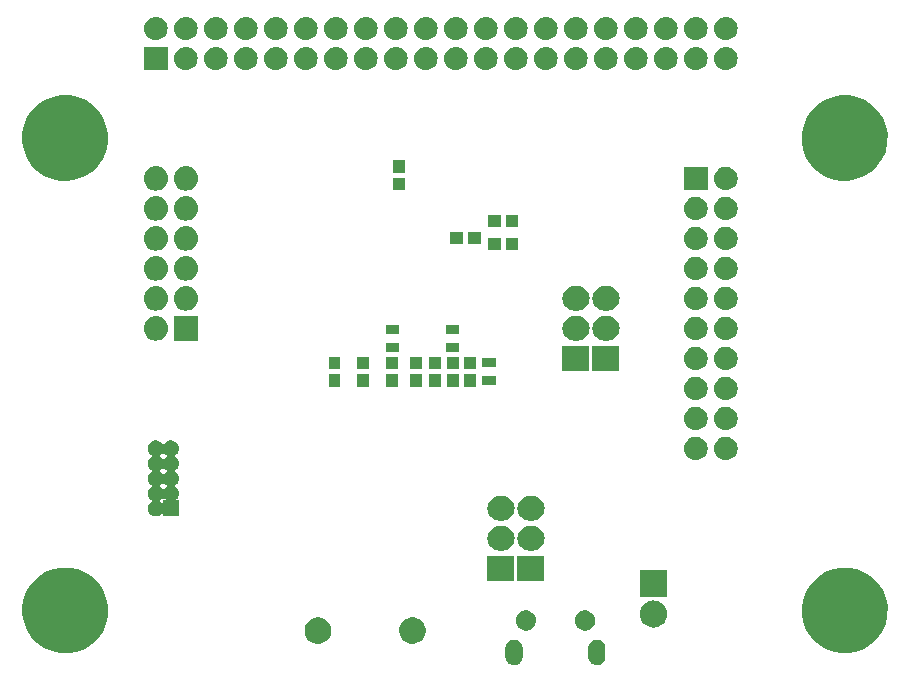
<source format=gbs>
G04 #@! TF.FileFunction,Soldermask,Bot*
%FSLAX46Y46*%
G04 Gerber Fmt 4.6, Leading zero omitted, Abs format (unit mm)*
G04 Created by KiCad (PCBNEW 4.0.7) date 10/15/17 21:50:59*
%MOMM*%
%LPD*%
G01*
G04 APERTURE LIST*
%ADD10C,0.100000*%
G04 APERTURE END LIST*
D10*
G36*
X137146737Y-97479676D02*
X137146750Y-97479680D01*
X137146787Y-97479684D01*
X137282886Y-97521814D01*
X137408211Y-97589577D01*
X137517987Y-97680391D01*
X137608033Y-97790798D01*
X137674919Y-97916593D01*
X137716097Y-98052983D01*
X137730000Y-98194774D01*
X137730000Y-98905226D01*
X137729929Y-98915418D01*
X137714048Y-99057002D01*
X137670969Y-99192804D01*
X137602333Y-99317652D01*
X137510754Y-99426791D01*
X137399721Y-99516064D01*
X137273463Y-99582070D01*
X137136788Y-99622296D01*
X137136754Y-99622299D01*
X137136741Y-99622303D01*
X136994906Y-99635211D01*
X136853263Y-99620324D01*
X136853250Y-99620320D01*
X136853213Y-99620316D01*
X136717114Y-99578186D01*
X136591789Y-99510423D01*
X136482013Y-99419609D01*
X136391967Y-99309202D01*
X136325081Y-99183407D01*
X136283903Y-99047017D01*
X136270000Y-98905226D01*
X136270000Y-98194774D01*
X136270071Y-98184582D01*
X136285952Y-98042998D01*
X136329031Y-97907196D01*
X136397667Y-97782348D01*
X136489246Y-97673209D01*
X136600279Y-97583936D01*
X136726537Y-97517930D01*
X136863212Y-97477704D01*
X136863246Y-97477701D01*
X136863259Y-97477697D01*
X137005094Y-97464789D01*
X137146737Y-97479676D01*
X137146737Y-97479676D01*
G37*
G36*
X144146737Y-97479676D02*
X144146750Y-97479680D01*
X144146787Y-97479684D01*
X144282886Y-97521814D01*
X144408211Y-97589577D01*
X144517987Y-97680391D01*
X144608033Y-97790798D01*
X144674919Y-97916593D01*
X144716097Y-98052983D01*
X144730000Y-98194774D01*
X144730000Y-98905226D01*
X144729929Y-98915418D01*
X144714048Y-99057002D01*
X144670969Y-99192804D01*
X144602333Y-99317652D01*
X144510754Y-99426791D01*
X144399721Y-99516064D01*
X144273463Y-99582070D01*
X144136788Y-99622296D01*
X144136754Y-99622299D01*
X144136741Y-99622303D01*
X143994906Y-99635211D01*
X143853263Y-99620324D01*
X143853250Y-99620320D01*
X143853213Y-99620316D01*
X143717114Y-99578186D01*
X143591789Y-99510423D01*
X143482013Y-99419609D01*
X143391967Y-99309202D01*
X143325081Y-99183407D01*
X143283903Y-99047017D01*
X143270000Y-98905226D01*
X143270000Y-98194774D01*
X143270071Y-98184582D01*
X143285952Y-98042998D01*
X143329031Y-97907196D01*
X143397667Y-97782348D01*
X143489246Y-97673209D01*
X143600279Y-97583936D01*
X143726537Y-97517930D01*
X143863212Y-97477704D01*
X143863246Y-97477701D01*
X143863259Y-97477697D01*
X144005094Y-97464789D01*
X144146737Y-97479676D01*
X144146737Y-97479676D01*
G37*
G36*
X165381274Y-91372416D02*
X166078616Y-91515560D01*
X166734869Y-91791423D01*
X167325045Y-92189502D01*
X167826662Y-92694633D01*
X168220611Y-93287572D01*
X168491886Y-93945735D01*
X168630090Y-94643716D01*
X168630090Y-94643726D01*
X168630156Y-94644060D01*
X168618802Y-95457161D01*
X168618726Y-95457495D01*
X168618726Y-95457507D01*
X168461089Y-96151349D01*
X168171541Y-96801685D01*
X167761191Y-97383394D01*
X167245663Y-97874324D01*
X166644607Y-98255765D01*
X165980902Y-98513200D01*
X165279840Y-98636816D01*
X164568116Y-98621908D01*
X163872836Y-98469040D01*
X163220500Y-98184041D01*
X162635940Y-97777762D01*
X162141425Y-97265676D01*
X161755796Y-96667297D01*
X161493735Y-96005407D01*
X161365226Y-95305217D01*
X161375166Y-94593409D01*
X161523173Y-93897088D01*
X161803614Y-93242771D01*
X162205802Y-92655390D01*
X162714423Y-92157311D01*
X163310097Y-91767513D01*
X163970141Y-91500838D01*
X164669408Y-91367446D01*
X165381274Y-91372416D01*
X165381274Y-91372416D01*
G37*
G36*
X99381274Y-91372416D02*
X100078616Y-91515560D01*
X100734869Y-91791423D01*
X101325045Y-92189502D01*
X101826662Y-92694633D01*
X102220611Y-93287572D01*
X102491886Y-93945735D01*
X102630090Y-94643716D01*
X102630090Y-94643726D01*
X102630156Y-94644060D01*
X102618802Y-95457161D01*
X102618726Y-95457495D01*
X102618726Y-95457507D01*
X102461089Y-96151349D01*
X102171541Y-96801685D01*
X101761191Y-97383394D01*
X101245663Y-97874324D01*
X100644607Y-98255765D01*
X99980902Y-98513200D01*
X99279840Y-98636816D01*
X98568116Y-98621908D01*
X97872836Y-98469040D01*
X97220500Y-98184041D01*
X96635940Y-97777762D01*
X96141425Y-97265676D01*
X95755796Y-96667297D01*
X95493735Y-96005407D01*
X95365226Y-95305217D01*
X95375166Y-94593409D01*
X95523173Y-93897088D01*
X95803614Y-93242771D01*
X96205802Y-92655390D01*
X96714423Y-92157311D01*
X97310097Y-91767513D01*
X97970141Y-91500838D01*
X98669408Y-91367446D01*
X99381274Y-91372416D01*
X99381274Y-91372416D01*
G37*
G36*
X120518688Y-95570750D02*
X120735769Y-95615311D01*
X120940055Y-95701185D01*
X121123775Y-95825105D01*
X121279927Y-95982352D01*
X121402563Y-96166932D01*
X121487006Y-96371809D01*
X121529983Y-96588854D01*
X121529983Y-96588864D01*
X121530049Y-96589198D01*
X121526514Y-96842312D01*
X121526438Y-96842646D01*
X121526438Y-96842658D01*
X121477422Y-97058408D01*
X121387286Y-97260856D01*
X121259547Y-97441938D01*
X121099062Y-97594765D01*
X120911959Y-97713504D01*
X120705350Y-97793643D01*
X120487115Y-97832123D01*
X120265558Y-97827483D01*
X120049118Y-97779895D01*
X119846052Y-97691178D01*
X119664077Y-97564702D01*
X119510140Y-97405295D01*
X119390094Y-97219022D01*
X119308516Y-97012980D01*
X119268511Y-96795011D01*
X119271606Y-96573429D01*
X119317679Y-96356670D01*
X119404980Y-96152983D01*
X119530179Y-95970134D01*
X119688512Y-95815083D01*
X119873941Y-95693742D01*
X120079410Y-95610727D01*
X120297086Y-95569203D01*
X120518688Y-95570750D01*
X120518688Y-95570750D01*
G37*
G36*
X128518688Y-95570750D02*
X128735769Y-95615311D01*
X128940055Y-95701185D01*
X129123775Y-95825105D01*
X129279927Y-95982352D01*
X129402563Y-96166932D01*
X129487006Y-96371809D01*
X129529983Y-96588854D01*
X129529983Y-96588864D01*
X129530049Y-96589198D01*
X129526514Y-96842312D01*
X129526438Y-96842646D01*
X129526438Y-96842658D01*
X129477422Y-97058408D01*
X129387286Y-97260856D01*
X129259547Y-97441938D01*
X129099062Y-97594765D01*
X128911959Y-97713504D01*
X128705350Y-97793643D01*
X128487115Y-97832123D01*
X128265558Y-97827483D01*
X128049118Y-97779895D01*
X127846052Y-97691178D01*
X127664077Y-97564702D01*
X127510140Y-97405295D01*
X127390094Y-97219022D01*
X127308516Y-97012980D01*
X127268511Y-96795011D01*
X127271606Y-96573429D01*
X127317679Y-96356670D01*
X127404980Y-96152983D01*
X127530179Y-95970134D01*
X127688512Y-95815083D01*
X127873941Y-95693742D01*
X128079410Y-95610727D01*
X128297086Y-95569203D01*
X128518688Y-95570750D01*
X128518688Y-95570750D01*
G37*
G36*
X138089804Y-94995568D02*
X138254056Y-95029284D01*
X138408626Y-95094259D01*
X138547635Y-95188021D01*
X138665786Y-95307001D01*
X138758577Y-95446661D01*
X138822469Y-95601678D01*
X138854971Y-95765819D01*
X138854971Y-95765829D01*
X138855037Y-95766163D01*
X138852362Y-95957678D01*
X138852286Y-95958012D01*
X138852286Y-95958020D01*
X138815216Y-96121190D01*
X138747017Y-96274364D01*
X138650365Y-96411378D01*
X138528936Y-96527013D01*
X138387368Y-96616855D01*
X138231039Y-96677492D01*
X138065915Y-96706607D01*
X137898277Y-96703096D01*
X137734509Y-96667089D01*
X137580864Y-96599963D01*
X137443172Y-96504265D01*
X137326699Y-96383653D01*
X137235867Y-96242711D01*
X137174143Y-96086813D01*
X137143873Y-95921888D01*
X137146215Y-95754231D01*
X137181075Y-95590224D01*
X137247131Y-95436106D01*
X137341861Y-95297756D01*
X137461662Y-95180438D01*
X137601964Y-95088627D01*
X137757430Y-95025815D01*
X137922131Y-94994397D01*
X138089804Y-94995568D01*
X138089804Y-94995568D01*
G37*
G36*
X143089804Y-94995568D02*
X143254056Y-95029284D01*
X143408626Y-95094259D01*
X143547635Y-95188021D01*
X143665786Y-95307001D01*
X143758577Y-95446661D01*
X143822469Y-95601678D01*
X143854971Y-95765819D01*
X143854971Y-95765829D01*
X143855037Y-95766163D01*
X143852362Y-95957678D01*
X143852286Y-95958012D01*
X143852286Y-95958020D01*
X143815216Y-96121190D01*
X143747017Y-96274364D01*
X143650365Y-96411378D01*
X143528936Y-96527013D01*
X143387368Y-96616855D01*
X143231039Y-96677492D01*
X143065915Y-96706607D01*
X142898277Y-96703096D01*
X142734509Y-96667089D01*
X142580864Y-96599963D01*
X142443172Y-96504265D01*
X142326699Y-96383653D01*
X142235867Y-96242711D01*
X142174143Y-96086813D01*
X142143873Y-95921888D01*
X142146215Y-95754231D01*
X142181075Y-95590224D01*
X142247131Y-95436106D01*
X142341861Y-95297756D01*
X142461662Y-95180438D01*
X142601964Y-95088627D01*
X142757430Y-95025815D01*
X142922131Y-94994397D01*
X143089804Y-94995568D01*
X143089804Y-94995568D01*
G37*
G36*
X149030386Y-94171854D02*
X149030400Y-94171858D01*
X149030435Y-94171862D01*
X149244093Y-94238000D01*
X149440835Y-94344378D01*
X149613168Y-94486944D01*
X149754528Y-94660268D01*
X149859530Y-94857748D01*
X149924175Y-95071862D01*
X149946000Y-95294455D01*
X149946000Y-95305545D01*
X149945888Y-95321546D01*
X149920957Y-95543812D01*
X149853329Y-95757002D01*
X149745580Y-95952997D01*
X149601814Y-96124331D01*
X149427507Y-96264477D01*
X149229299Y-96368098D01*
X149014739Y-96431246D01*
X149014705Y-96431249D01*
X149014692Y-96431253D01*
X148792001Y-96451520D01*
X148569614Y-96428146D01*
X148569600Y-96428142D01*
X148569565Y-96428138D01*
X148355907Y-96362000D01*
X148159165Y-96255622D01*
X147986832Y-96113056D01*
X147845472Y-95939732D01*
X147740470Y-95742252D01*
X147675825Y-95528138D01*
X147654000Y-95305545D01*
X147654000Y-95294455D01*
X147654112Y-95278454D01*
X147679043Y-95056188D01*
X147746671Y-94842998D01*
X147854420Y-94647003D01*
X147998186Y-94475669D01*
X148172493Y-94335523D01*
X148370701Y-94231902D01*
X148585261Y-94168754D01*
X148585295Y-94168751D01*
X148585308Y-94168747D01*
X148807999Y-94148480D01*
X149030386Y-94171854D01*
X149030386Y-94171854D01*
G37*
G36*
X149946000Y-93906000D02*
X147654000Y-93906000D01*
X147654000Y-91614000D01*
X149946000Y-91614000D01*
X149946000Y-93906000D01*
X149946000Y-93906000D01*
G37*
G36*
X137036000Y-92470000D02*
X134744000Y-92470000D01*
X134744000Y-90410000D01*
X137036000Y-90410000D01*
X137036000Y-92470000D01*
X137036000Y-92470000D01*
G37*
G36*
X139576000Y-92470000D02*
X137284000Y-92470000D01*
X137284000Y-90410000D01*
X139576000Y-90410000D01*
X139576000Y-92470000D01*
X139576000Y-92470000D01*
G37*
G36*
X136021203Y-87870067D02*
X136025926Y-87870100D01*
X136225694Y-87892508D01*
X136417305Y-87953291D01*
X136593461Y-88050133D01*
X136747452Y-88179347D01*
X136873412Y-88336010D01*
X136966544Y-88514155D01*
X137023301Y-88706997D01*
X137023304Y-88707031D01*
X137023308Y-88707044D01*
X137041523Y-88907188D01*
X137020514Y-89107062D01*
X137020513Y-89107067D01*
X137020508Y-89107110D01*
X136961064Y-89299141D01*
X136865454Y-89475969D01*
X136737318Y-89630858D01*
X136581538Y-89757909D01*
X136404047Y-89852282D01*
X136211606Y-89910384D01*
X136011545Y-89930000D01*
X135768417Y-89930000D01*
X135758797Y-89929933D01*
X135754074Y-89929900D01*
X135554306Y-89907492D01*
X135362695Y-89846709D01*
X135186539Y-89749867D01*
X135032548Y-89620653D01*
X134906588Y-89463990D01*
X134813456Y-89285845D01*
X134756699Y-89093003D01*
X134756696Y-89092969D01*
X134756692Y-89092956D01*
X134738477Y-88892812D01*
X134759486Y-88692938D01*
X134759487Y-88692933D01*
X134759492Y-88692890D01*
X134818936Y-88500859D01*
X134914546Y-88324031D01*
X135042682Y-88169142D01*
X135198462Y-88042091D01*
X135375953Y-87947718D01*
X135568394Y-87889616D01*
X135768455Y-87870000D01*
X136011583Y-87870000D01*
X136021203Y-87870067D01*
X136021203Y-87870067D01*
G37*
G36*
X138561203Y-87870067D02*
X138565926Y-87870100D01*
X138765694Y-87892508D01*
X138957305Y-87953291D01*
X139133461Y-88050133D01*
X139287452Y-88179347D01*
X139413412Y-88336010D01*
X139506544Y-88514155D01*
X139563301Y-88706997D01*
X139563304Y-88707031D01*
X139563308Y-88707044D01*
X139581523Y-88907188D01*
X139560514Y-89107062D01*
X139560513Y-89107067D01*
X139560508Y-89107110D01*
X139501064Y-89299141D01*
X139405454Y-89475969D01*
X139277318Y-89630858D01*
X139121538Y-89757909D01*
X138944047Y-89852282D01*
X138751606Y-89910384D01*
X138551545Y-89930000D01*
X138308417Y-89930000D01*
X138298797Y-89929933D01*
X138294074Y-89929900D01*
X138094306Y-89907492D01*
X137902695Y-89846709D01*
X137726539Y-89749867D01*
X137572548Y-89620653D01*
X137446588Y-89463990D01*
X137353456Y-89285845D01*
X137296699Y-89093003D01*
X137296696Y-89092969D01*
X137296692Y-89092956D01*
X137278477Y-88892812D01*
X137299486Y-88692938D01*
X137299487Y-88692933D01*
X137299492Y-88692890D01*
X137358936Y-88500859D01*
X137454546Y-88324031D01*
X137582682Y-88169142D01*
X137738462Y-88042091D01*
X137915953Y-87947718D01*
X138108394Y-87889616D01*
X138308455Y-87870000D01*
X138551583Y-87870000D01*
X138561203Y-87870067D01*
X138561203Y-87870067D01*
G37*
G36*
X136021203Y-85330067D02*
X136025926Y-85330100D01*
X136225694Y-85352508D01*
X136417305Y-85413291D01*
X136593461Y-85510133D01*
X136747452Y-85639347D01*
X136873412Y-85796010D01*
X136966544Y-85974155D01*
X137023301Y-86166997D01*
X137023304Y-86167031D01*
X137023308Y-86167044D01*
X137041523Y-86367188D01*
X137020514Y-86567062D01*
X137020513Y-86567067D01*
X137020508Y-86567110D01*
X136961064Y-86759141D01*
X136865454Y-86935969D01*
X136737318Y-87090858D01*
X136581538Y-87217909D01*
X136404047Y-87312282D01*
X136211606Y-87370384D01*
X136011545Y-87390000D01*
X135768417Y-87390000D01*
X135758797Y-87389933D01*
X135754074Y-87389900D01*
X135554306Y-87367492D01*
X135362695Y-87306709D01*
X135186539Y-87209867D01*
X135032548Y-87080653D01*
X134906588Y-86923990D01*
X134813456Y-86745845D01*
X134756699Y-86553003D01*
X134756696Y-86552969D01*
X134756692Y-86552956D01*
X134738477Y-86352812D01*
X134759486Y-86152938D01*
X134759487Y-86152933D01*
X134759492Y-86152890D01*
X134818936Y-85960859D01*
X134914546Y-85784031D01*
X135042682Y-85629142D01*
X135198462Y-85502091D01*
X135375953Y-85407718D01*
X135568394Y-85349616D01*
X135768455Y-85330000D01*
X136011583Y-85330000D01*
X136021203Y-85330067D01*
X136021203Y-85330067D01*
G37*
G36*
X138561203Y-85330067D02*
X138565926Y-85330100D01*
X138765694Y-85352508D01*
X138957305Y-85413291D01*
X139133461Y-85510133D01*
X139287452Y-85639347D01*
X139413412Y-85796010D01*
X139506544Y-85974155D01*
X139563301Y-86166997D01*
X139563304Y-86167031D01*
X139563308Y-86167044D01*
X139581523Y-86367188D01*
X139560514Y-86567062D01*
X139560513Y-86567067D01*
X139560508Y-86567110D01*
X139501064Y-86759141D01*
X139405454Y-86935969D01*
X139277318Y-87090858D01*
X139121538Y-87217909D01*
X138944047Y-87312282D01*
X138751606Y-87370384D01*
X138551545Y-87390000D01*
X138308417Y-87390000D01*
X138298797Y-87389933D01*
X138294074Y-87389900D01*
X138094306Y-87367492D01*
X137902695Y-87306709D01*
X137726539Y-87209867D01*
X137572548Y-87080653D01*
X137446588Y-86923990D01*
X137353456Y-86745845D01*
X137296699Y-86553003D01*
X137296696Y-86552969D01*
X137296692Y-86552956D01*
X137278477Y-86352812D01*
X137299486Y-86152938D01*
X137299487Y-86152933D01*
X137299492Y-86152890D01*
X137358936Y-85960859D01*
X137454546Y-85784031D01*
X137582682Y-85629142D01*
X137738462Y-85502091D01*
X137915953Y-85407718D01*
X138108394Y-85349616D01*
X138308455Y-85330000D01*
X138551583Y-85330000D01*
X138561203Y-85330067D01*
X138561203Y-85330067D01*
G37*
G36*
X106689322Y-80600042D02*
X106692784Y-80600066D01*
X106824670Y-80614860D01*
X106951170Y-80654988D01*
X107067468Y-80718923D01*
X107169131Y-80804229D01*
X107252290Y-80907657D01*
X107270960Y-80943369D01*
X107279067Y-80954656D01*
X107290133Y-80963344D01*
X107303182Y-80968606D01*
X107317180Y-80970024D01*
X107331019Y-80967485D01*
X107343602Y-80961192D01*
X107353935Y-80951643D01*
X107358993Y-80944083D01*
X107382964Y-80899749D01*
X107467559Y-80797492D01*
X107570404Y-80713614D01*
X107687582Y-80651309D01*
X107814631Y-80612950D01*
X107946710Y-80600000D01*
X107953328Y-80600000D01*
X107959322Y-80600042D01*
X107962784Y-80600066D01*
X108094670Y-80614860D01*
X108221170Y-80654988D01*
X108337468Y-80718923D01*
X108439131Y-80804229D01*
X108522290Y-80907657D01*
X108583775Y-81025268D01*
X108621245Y-81152581D01*
X108621248Y-81152611D01*
X108621253Y-81152629D01*
X108633276Y-81284745D01*
X108619409Y-81416683D01*
X108619405Y-81416696D01*
X108619401Y-81416733D01*
X108580157Y-81543511D01*
X108517036Y-81660251D01*
X108432441Y-81762508D01*
X108329596Y-81846386D01*
X108282478Y-81871439D01*
X108271819Y-81879208D01*
X108263208Y-81890335D01*
X108258038Y-81903420D01*
X108256718Y-81917428D01*
X108259352Y-81931248D01*
X108265733Y-81943788D01*
X108275355Y-81954053D01*
X108281417Y-81958109D01*
X108337468Y-81988923D01*
X108439131Y-82074229D01*
X108522290Y-82177657D01*
X108583775Y-82295268D01*
X108621245Y-82422581D01*
X108621248Y-82422611D01*
X108621253Y-82422629D01*
X108633276Y-82554745D01*
X108619409Y-82686683D01*
X108619405Y-82686696D01*
X108619401Y-82686733D01*
X108580157Y-82813511D01*
X108517036Y-82930251D01*
X108432441Y-83032508D01*
X108329596Y-83116386D01*
X108282478Y-83141439D01*
X108271819Y-83149208D01*
X108263208Y-83160335D01*
X108258038Y-83173420D01*
X108256718Y-83187428D01*
X108259352Y-83201248D01*
X108265733Y-83213788D01*
X108275355Y-83224053D01*
X108281417Y-83228109D01*
X108337468Y-83258923D01*
X108439131Y-83344229D01*
X108522290Y-83447657D01*
X108583775Y-83565268D01*
X108621245Y-83692581D01*
X108621248Y-83692611D01*
X108621253Y-83692629D01*
X108633276Y-83824745D01*
X108619409Y-83956683D01*
X108619405Y-83956696D01*
X108619401Y-83956733D01*
X108580157Y-84083511D01*
X108517036Y-84200251D01*
X108432441Y-84302508D01*
X108329596Y-84386386D01*
X108282478Y-84411439D01*
X108271819Y-84419208D01*
X108263208Y-84430335D01*
X108258038Y-84443420D01*
X108256718Y-84457428D01*
X108259352Y-84471248D01*
X108265733Y-84483788D01*
X108275355Y-84494053D01*
X108281417Y-84498109D01*
X108337468Y-84528923D01*
X108439131Y-84614229D01*
X108522290Y-84717657D01*
X108583775Y-84835268D01*
X108621245Y-84962581D01*
X108621248Y-84962611D01*
X108621253Y-84962629D01*
X108633276Y-85094745D01*
X108619409Y-85226683D01*
X108619405Y-85226696D01*
X108619401Y-85226733D01*
X108580157Y-85353511D01*
X108517036Y-85470251D01*
X108432441Y-85572508D01*
X108408914Y-85591696D01*
X108399779Y-85601590D01*
X108393493Y-85614178D01*
X108390963Y-85628018D01*
X108392389Y-85642015D01*
X108397658Y-85655061D01*
X108406353Y-85666123D01*
X108417785Y-85674324D01*
X108431049Y-85679015D01*
X108440924Y-85680000D01*
X108630000Y-85680000D01*
X108630000Y-87040000D01*
X107270000Y-87040000D01*
X107270000Y-86851291D01*
X107268020Y-86837361D01*
X107262239Y-86824535D01*
X107253112Y-86813827D01*
X107241364Y-86806085D01*
X107227924Y-86801923D01*
X107213857Y-86801670D01*
X107200276Y-86805346D01*
X107188257Y-86812660D01*
X107181857Y-86819038D01*
X107162441Y-86842508D01*
X107059596Y-86926386D01*
X106942418Y-86988691D01*
X106815369Y-87027050D01*
X106683290Y-87040000D01*
X106676672Y-87040000D01*
X106670678Y-87039958D01*
X106667216Y-87039934D01*
X106535330Y-87025140D01*
X106408830Y-86985012D01*
X106292532Y-86921077D01*
X106190869Y-86835771D01*
X106107710Y-86732343D01*
X106046225Y-86614732D01*
X106008755Y-86487419D01*
X106008752Y-86487389D01*
X106008747Y-86487371D01*
X105996724Y-86355255D01*
X106010591Y-86223317D01*
X106010595Y-86223304D01*
X106010599Y-86223267D01*
X106049843Y-86096489D01*
X106112964Y-85979749D01*
X106197559Y-85877492D01*
X106300404Y-85793614D01*
X106347522Y-85768561D01*
X106358181Y-85760792D01*
X106366792Y-85749665D01*
X106371962Y-85736580D01*
X106372824Y-85727428D01*
X106986718Y-85727428D01*
X106989352Y-85741248D01*
X106995733Y-85753788D01*
X107005355Y-85764053D01*
X107011417Y-85768109D01*
X107067468Y-85798923D01*
X107169131Y-85884229D01*
X107181293Y-85899356D01*
X107191304Y-85908727D01*
X107203847Y-85915101D01*
X107217669Y-85917728D01*
X107231676Y-85916400D01*
X107244758Y-85911222D01*
X107255880Y-85902605D01*
X107264161Y-85891230D01*
X107268945Y-85877999D01*
X107270000Y-85867782D01*
X107270000Y-85680000D01*
X107459757Y-85680000D01*
X107473687Y-85678020D01*
X107486513Y-85672239D01*
X107497221Y-85663112D01*
X107504963Y-85651364D01*
X107509125Y-85637924D01*
X107509378Y-85623857D01*
X107505702Y-85610276D01*
X107498388Y-85598257D01*
X107492526Y-85592335D01*
X107460869Y-85565771D01*
X107377710Y-85462343D01*
X107359040Y-85426631D01*
X107350933Y-85415344D01*
X107339867Y-85406656D01*
X107326818Y-85401394D01*
X107312820Y-85399976D01*
X107298981Y-85402515D01*
X107286398Y-85408808D01*
X107276065Y-85418357D01*
X107271007Y-85425917D01*
X107247036Y-85470251D01*
X107162441Y-85572508D01*
X107059596Y-85656386D01*
X107012478Y-85681439D01*
X107001819Y-85689208D01*
X106993208Y-85700335D01*
X106988038Y-85713420D01*
X106986718Y-85727428D01*
X106372824Y-85727428D01*
X106373282Y-85722572D01*
X106370648Y-85708752D01*
X106364267Y-85696212D01*
X106354645Y-85685947D01*
X106348583Y-85681891D01*
X106292532Y-85651077D01*
X106190869Y-85565771D01*
X106107710Y-85462343D01*
X106046225Y-85344732D01*
X106008755Y-85217419D01*
X106008752Y-85217389D01*
X106008747Y-85217371D01*
X105996724Y-85085255D01*
X106010591Y-84953317D01*
X106010595Y-84953304D01*
X106010599Y-84953267D01*
X106049843Y-84826489D01*
X106112964Y-84709749D01*
X106197559Y-84607492D01*
X106300404Y-84523614D01*
X106347522Y-84498561D01*
X106358181Y-84490792D01*
X106366792Y-84479665D01*
X106371962Y-84466580D01*
X106372824Y-84457428D01*
X106986718Y-84457428D01*
X106989352Y-84471248D01*
X106995733Y-84483788D01*
X107005355Y-84494053D01*
X107011417Y-84498109D01*
X107067468Y-84528923D01*
X107169131Y-84614229D01*
X107252290Y-84717657D01*
X107270960Y-84753369D01*
X107279067Y-84764656D01*
X107290133Y-84773344D01*
X107303182Y-84778606D01*
X107317180Y-84780024D01*
X107331019Y-84777485D01*
X107343602Y-84771192D01*
X107353935Y-84761643D01*
X107358993Y-84754083D01*
X107382964Y-84709749D01*
X107467559Y-84607492D01*
X107570404Y-84523614D01*
X107617522Y-84498561D01*
X107628181Y-84490792D01*
X107636792Y-84479665D01*
X107641962Y-84466580D01*
X107643282Y-84452572D01*
X107640648Y-84438752D01*
X107634267Y-84426212D01*
X107624645Y-84415947D01*
X107618583Y-84411891D01*
X107562532Y-84381077D01*
X107460869Y-84295771D01*
X107377710Y-84192343D01*
X107359040Y-84156631D01*
X107350933Y-84145344D01*
X107339867Y-84136656D01*
X107326818Y-84131394D01*
X107312820Y-84129976D01*
X107298981Y-84132515D01*
X107286398Y-84138808D01*
X107276065Y-84148357D01*
X107271007Y-84155917D01*
X107247036Y-84200251D01*
X107162441Y-84302508D01*
X107059596Y-84386386D01*
X107012478Y-84411439D01*
X107001819Y-84419208D01*
X106993208Y-84430335D01*
X106988038Y-84443420D01*
X106986718Y-84457428D01*
X106372824Y-84457428D01*
X106373282Y-84452572D01*
X106370648Y-84438752D01*
X106364267Y-84426212D01*
X106354645Y-84415947D01*
X106348583Y-84411891D01*
X106292532Y-84381077D01*
X106190869Y-84295771D01*
X106107710Y-84192343D01*
X106046225Y-84074732D01*
X106008755Y-83947419D01*
X106008752Y-83947389D01*
X106008747Y-83947371D01*
X105996724Y-83815255D01*
X106010591Y-83683317D01*
X106010595Y-83683304D01*
X106010599Y-83683267D01*
X106049843Y-83556489D01*
X106112964Y-83439749D01*
X106197559Y-83337492D01*
X106300404Y-83253614D01*
X106347522Y-83228561D01*
X106358181Y-83220792D01*
X106366792Y-83209665D01*
X106371962Y-83196580D01*
X106372824Y-83187428D01*
X106986718Y-83187428D01*
X106989352Y-83201248D01*
X106995733Y-83213788D01*
X107005355Y-83224053D01*
X107011417Y-83228109D01*
X107067468Y-83258923D01*
X107169131Y-83344229D01*
X107252290Y-83447657D01*
X107270960Y-83483369D01*
X107279067Y-83494656D01*
X107290133Y-83503344D01*
X107303182Y-83508606D01*
X107317180Y-83510024D01*
X107331019Y-83507485D01*
X107343602Y-83501192D01*
X107353935Y-83491643D01*
X107358993Y-83484083D01*
X107382964Y-83439749D01*
X107467559Y-83337492D01*
X107570404Y-83253614D01*
X107617522Y-83228561D01*
X107628181Y-83220792D01*
X107636792Y-83209665D01*
X107641962Y-83196580D01*
X107643282Y-83182572D01*
X107640648Y-83168752D01*
X107634267Y-83156212D01*
X107624645Y-83145947D01*
X107618583Y-83141891D01*
X107562532Y-83111077D01*
X107460869Y-83025771D01*
X107377710Y-82922343D01*
X107359040Y-82886631D01*
X107350933Y-82875344D01*
X107339867Y-82866656D01*
X107326818Y-82861394D01*
X107312820Y-82859976D01*
X107298981Y-82862515D01*
X107286398Y-82868808D01*
X107276065Y-82878357D01*
X107271007Y-82885917D01*
X107247036Y-82930251D01*
X107162441Y-83032508D01*
X107059596Y-83116386D01*
X107012478Y-83141439D01*
X107001819Y-83149208D01*
X106993208Y-83160335D01*
X106988038Y-83173420D01*
X106986718Y-83187428D01*
X106372824Y-83187428D01*
X106373282Y-83182572D01*
X106370648Y-83168752D01*
X106364267Y-83156212D01*
X106354645Y-83145947D01*
X106348583Y-83141891D01*
X106292532Y-83111077D01*
X106190869Y-83025771D01*
X106107710Y-82922343D01*
X106046225Y-82804732D01*
X106008755Y-82677419D01*
X106008752Y-82677389D01*
X106008747Y-82677371D01*
X105996724Y-82545255D01*
X106010591Y-82413317D01*
X106010595Y-82413304D01*
X106010599Y-82413267D01*
X106049843Y-82286489D01*
X106112964Y-82169749D01*
X106197559Y-82067492D01*
X106300404Y-81983614D01*
X106347522Y-81958561D01*
X106358181Y-81950792D01*
X106366792Y-81939665D01*
X106371962Y-81926580D01*
X106372824Y-81917428D01*
X106986718Y-81917428D01*
X106989352Y-81931248D01*
X106995733Y-81943788D01*
X107005355Y-81954053D01*
X107011417Y-81958109D01*
X107067468Y-81988923D01*
X107169131Y-82074229D01*
X107252290Y-82177657D01*
X107270960Y-82213369D01*
X107279067Y-82224656D01*
X107290133Y-82233344D01*
X107303182Y-82238606D01*
X107317180Y-82240024D01*
X107331019Y-82237485D01*
X107343602Y-82231192D01*
X107353935Y-82221643D01*
X107358993Y-82214083D01*
X107382964Y-82169749D01*
X107467559Y-82067492D01*
X107570404Y-81983614D01*
X107617522Y-81958561D01*
X107628181Y-81950792D01*
X107636792Y-81939665D01*
X107641962Y-81926580D01*
X107643282Y-81912572D01*
X107640648Y-81898752D01*
X107634267Y-81886212D01*
X107624645Y-81875947D01*
X107618583Y-81871891D01*
X107562532Y-81841077D01*
X107460869Y-81755771D01*
X107377710Y-81652343D01*
X107359040Y-81616631D01*
X107350933Y-81605344D01*
X107339867Y-81596656D01*
X107326818Y-81591394D01*
X107312820Y-81589976D01*
X107298981Y-81592515D01*
X107286398Y-81598808D01*
X107276065Y-81608357D01*
X107271007Y-81615917D01*
X107247036Y-81660251D01*
X107162441Y-81762508D01*
X107059596Y-81846386D01*
X107012478Y-81871439D01*
X107001819Y-81879208D01*
X106993208Y-81890335D01*
X106988038Y-81903420D01*
X106986718Y-81917428D01*
X106372824Y-81917428D01*
X106373282Y-81912572D01*
X106370648Y-81898752D01*
X106364267Y-81886212D01*
X106354645Y-81875947D01*
X106348583Y-81871891D01*
X106292532Y-81841077D01*
X106190869Y-81755771D01*
X106107710Y-81652343D01*
X106046225Y-81534732D01*
X106008755Y-81407419D01*
X106008752Y-81407389D01*
X106008747Y-81407371D01*
X105996724Y-81275255D01*
X106010591Y-81143317D01*
X106010595Y-81143304D01*
X106010599Y-81143267D01*
X106049843Y-81016489D01*
X106112964Y-80899749D01*
X106197559Y-80797492D01*
X106300404Y-80713614D01*
X106417582Y-80651309D01*
X106544631Y-80612950D01*
X106676710Y-80600000D01*
X106683328Y-80600000D01*
X106689322Y-80600042D01*
X106689322Y-80600042D01*
G37*
G36*
X152599741Y-80301878D02*
X152599754Y-80301882D01*
X152599791Y-80301886D01*
X152785035Y-80359229D01*
X152955614Y-80451460D01*
X153105029Y-80575067D01*
X153227591Y-80725342D01*
X153318629Y-80896560D01*
X153374677Y-81082201D01*
X153393600Y-81275192D01*
X153393600Y-81284808D01*
X153393503Y-81298681D01*
X153371887Y-81491389D01*
X153313253Y-81676229D01*
X153219833Y-81846159D01*
X153095185Y-81994708D01*
X152944059Y-82116217D01*
X152772209Y-82206058D01*
X152586182Y-82260809D01*
X152586148Y-82260812D01*
X152586135Y-82260816D01*
X152393065Y-82278387D01*
X152200259Y-82258122D01*
X152200246Y-82258118D01*
X152200209Y-82258114D01*
X152014965Y-82200771D01*
X151844386Y-82108540D01*
X151694971Y-81984933D01*
X151572409Y-81834658D01*
X151481371Y-81663440D01*
X151425323Y-81477799D01*
X151406400Y-81284808D01*
X151406400Y-81275192D01*
X151406497Y-81261319D01*
X151428113Y-81068611D01*
X151486747Y-80883771D01*
X151580167Y-80713841D01*
X151704815Y-80565292D01*
X151855941Y-80443783D01*
X152027791Y-80353942D01*
X152213818Y-80299191D01*
X152213852Y-80299188D01*
X152213865Y-80299184D01*
X152406935Y-80281613D01*
X152599741Y-80301878D01*
X152599741Y-80301878D01*
G37*
G36*
X155139741Y-80301878D02*
X155139754Y-80301882D01*
X155139791Y-80301886D01*
X155325035Y-80359229D01*
X155495614Y-80451460D01*
X155645029Y-80575067D01*
X155767591Y-80725342D01*
X155858629Y-80896560D01*
X155914677Y-81082201D01*
X155933600Y-81275192D01*
X155933600Y-81284808D01*
X155933503Y-81298681D01*
X155911887Y-81491389D01*
X155853253Y-81676229D01*
X155759833Y-81846159D01*
X155635185Y-81994708D01*
X155484059Y-82116217D01*
X155312209Y-82206058D01*
X155126182Y-82260809D01*
X155126148Y-82260812D01*
X155126135Y-82260816D01*
X154933065Y-82278387D01*
X154740259Y-82258122D01*
X154740246Y-82258118D01*
X154740209Y-82258114D01*
X154554965Y-82200771D01*
X154384386Y-82108540D01*
X154234971Y-81984933D01*
X154112409Y-81834658D01*
X154021371Y-81663440D01*
X153965323Y-81477799D01*
X153946400Y-81284808D01*
X153946400Y-81275192D01*
X153946497Y-81261319D01*
X153968113Y-81068611D01*
X154026747Y-80883771D01*
X154120167Y-80713841D01*
X154244815Y-80565292D01*
X154395941Y-80443783D01*
X154567791Y-80353942D01*
X154753818Y-80299191D01*
X154753852Y-80299188D01*
X154753865Y-80299184D01*
X154946935Y-80281613D01*
X155139741Y-80301878D01*
X155139741Y-80301878D01*
G37*
G36*
X152599741Y-77761878D02*
X152599754Y-77761882D01*
X152599791Y-77761886D01*
X152785035Y-77819229D01*
X152955614Y-77911460D01*
X153105029Y-78035067D01*
X153227591Y-78185342D01*
X153318629Y-78356560D01*
X153374677Y-78542201D01*
X153393600Y-78735192D01*
X153393600Y-78744808D01*
X153393503Y-78758681D01*
X153371887Y-78951389D01*
X153313253Y-79136229D01*
X153219833Y-79306159D01*
X153095185Y-79454708D01*
X152944059Y-79576217D01*
X152772209Y-79666058D01*
X152586182Y-79720809D01*
X152586148Y-79720812D01*
X152586135Y-79720816D01*
X152393065Y-79738387D01*
X152200259Y-79718122D01*
X152200246Y-79718118D01*
X152200209Y-79718114D01*
X152014965Y-79660771D01*
X151844386Y-79568540D01*
X151694971Y-79444933D01*
X151572409Y-79294658D01*
X151481371Y-79123440D01*
X151425323Y-78937799D01*
X151406400Y-78744808D01*
X151406400Y-78735192D01*
X151406497Y-78721319D01*
X151428113Y-78528611D01*
X151486747Y-78343771D01*
X151580167Y-78173841D01*
X151704815Y-78025292D01*
X151855941Y-77903783D01*
X152027791Y-77813942D01*
X152213818Y-77759191D01*
X152213852Y-77759188D01*
X152213865Y-77759184D01*
X152406935Y-77741613D01*
X152599741Y-77761878D01*
X152599741Y-77761878D01*
G37*
G36*
X155139741Y-77761878D02*
X155139754Y-77761882D01*
X155139791Y-77761886D01*
X155325035Y-77819229D01*
X155495614Y-77911460D01*
X155645029Y-78035067D01*
X155767591Y-78185342D01*
X155858629Y-78356560D01*
X155914677Y-78542201D01*
X155933600Y-78735192D01*
X155933600Y-78744808D01*
X155933503Y-78758681D01*
X155911887Y-78951389D01*
X155853253Y-79136229D01*
X155759833Y-79306159D01*
X155635185Y-79454708D01*
X155484059Y-79576217D01*
X155312209Y-79666058D01*
X155126182Y-79720809D01*
X155126148Y-79720812D01*
X155126135Y-79720816D01*
X154933065Y-79738387D01*
X154740259Y-79718122D01*
X154740246Y-79718118D01*
X154740209Y-79718114D01*
X154554965Y-79660771D01*
X154384386Y-79568540D01*
X154234971Y-79444933D01*
X154112409Y-79294658D01*
X154021371Y-79123440D01*
X153965323Y-78937799D01*
X153946400Y-78744808D01*
X153946400Y-78735192D01*
X153946497Y-78721319D01*
X153968113Y-78528611D01*
X154026747Y-78343771D01*
X154120167Y-78173841D01*
X154244815Y-78025292D01*
X154395941Y-77903783D01*
X154567791Y-77813942D01*
X154753818Y-77759191D01*
X154753852Y-77759188D01*
X154753865Y-77759184D01*
X154946935Y-77741613D01*
X155139741Y-77761878D01*
X155139741Y-77761878D01*
G37*
G36*
X152599741Y-75221878D02*
X152599754Y-75221882D01*
X152599791Y-75221886D01*
X152785035Y-75279229D01*
X152955614Y-75371460D01*
X153105029Y-75495067D01*
X153227591Y-75645342D01*
X153318629Y-75816560D01*
X153374677Y-76002201D01*
X153393600Y-76195192D01*
X153393600Y-76204808D01*
X153393503Y-76218681D01*
X153371887Y-76411389D01*
X153313253Y-76596229D01*
X153219833Y-76766159D01*
X153095185Y-76914708D01*
X152944059Y-77036217D01*
X152772209Y-77126058D01*
X152586182Y-77180809D01*
X152586148Y-77180812D01*
X152586135Y-77180816D01*
X152393065Y-77198387D01*
X152200259Y-77178122D01*
X152200246Y-77178118D01*
X152200209Y-77178114D01*
X152014965Y-77120771D01*
X151844386Y-77028540D01*
X151694971Y-76904933D01*
X151572409Y-76754658D01*
X151481371Y-76583440D01*
X151425323Y-76397799D01*
X151406400Y-76204808D01*
X151406400Y-76195192D01*
X151406497Y-76181319D01*
X151428113Y-75988611D01*
X151486747Y-75803771D01*
X151580167Y-75633841D01*
X151704815Y-75485292D01*
X151855941Y-75363783D01*
X152027791Y-75273942D01*
X152213818Y-75219191D01*
X152213852Y-75219188D01*
X152213865Y-75219184D01*
X152406935Y-75201613D01*
X152599741Y-75221878D01*
X152599741Y-75221878D01*
G37*
G36*
X155139741Y-75221878D02*
X155139754Y-75221882D01*
X155139791Y-75221886D01*
X155325035Y-75279229D01*
X155495614Y-75371460D01*
X155645029Y-75495067D01*
X155767591Y-75645342D01*
X155858629Y-75816560D01*
X155914677Y-76002201D01*
X155933600Y-76195192D01*
X155933600Y-76204808D01*
X155933503Y-76218681D01*
X155911887Y-76411389D01*
X155853253Y-76596229D01*
X155759833Y-76766159D01*
X155635185Y-76914708D01*
X155484059Y-77036217D01*
X155312209Y-77126058D01*
X155126182Y-77180809D01*
X155126148Y-77180812D01*
X155126135Y-77180816D01*
X154933065Y-77198387D01*
X154740259Y-77178122D01*
X154740246Y-77178118D01*
X154740209Y-77178114D01*
X154554965Y-77120771D01*
X154384386Y-77028540D01*
X154234971Y-76904933D01*
X154112409Y-76754658D01*
X154021371Y-76583440D01*
X153965323Y-76397799D01*
X153946400Y-76204808D01*
X153946400Y-76195192D01*
X153946497Y-76181319D01*
X153968113Y-75988611D01*
X154026747Y-75803771D01*
X154120167Y-75633841D01*
X154244815Y-75485292D01*
X154395941Y-75363783D01*
X154567791Y-75273942D01*
X154753818Y-75219191D01*
X154753852Y-75219188D01*
X154753865Y-75219184D01*
X154946935Y-75201613D01*
X155139741Y-75221878D01*
X155139741Y-75221878D01*
G37*
G36*
X130805000Y-76080000D02*
X129795000Y-76080000D01*
X129795000Y-75020000D01*
X130805000Y-75020000D01*
X130805000Y-76080000D01*
X130805000Y-76080000D01*
G37*
G36*
X129205000Y-76080000D02*
X128195000Y-76080000D01*
X128195000Y-75020000D01*
X129205000Y-75020000D01*
X129205000Y-76080000D01*
X129205000Y-76080000D01*
G37*
G36*
X124705000Y-76080000D02*
X123695000Y-76080000D01*
X123695000Y-75020000D01*
X124705000Y-75020000D01*
X124705000Y-76080000D01*
X124705000Y-76080000D01*
G37*
G36*
X133805000Y-76080000D02*
X132795000Y-76080000D01*
X132795000Y-75020000D01*
X133805000Y-75020000D01*
X133805000Y-76080000D01*
X133805000Y-76080000D01*
G37*
G36*
X122305000Y-76080000D02*
X121295000Y-76080000D01*
X121295000Y-75020000D01*
X122305000Y-75020000D01*
X122305000Y-76080000D01*
X122305000Y-76080000D01*
G37*
G36*
X127205000Y-76080000D02*
X126195000Y-76080000D01*
X126195000Y-75020000D01*
X127205000Y-75020000D01*
X127205000Y-76080000D01*
X127205000Y-76080000D01*
G37*
G36*
X132305000Y-76080000D02*
X131295000Y-76080000D01*
X131295000Y-75020000D01*
X132305000Y-75020000D01*
X132305000Y-76080000D01*
X132305000Y-76080000D01*
G37*
G36*
X135472867Y-75930000D02*
X134312867Y-75930000D01*
X134312867Y-75170000D01*
X135472867Y-75170000D01*
X135472867Y-75930000D01*
X135472867Y-75930000D01*
G37*
G36*
X143386000Y-74690000D02*
X141094000Y-74690000D01*
X141094000Y-72630000D01*
X143386000Y-72630000D01*
X143386000Y-74690000D01*
X143386000Y-74690000D01*
G37*
G36*
X145926000Y-74690000D02*
X143634000Y-74690000D01*
X143634000Y-72630000D01*
X145926000Y-72630000D01*
X145926000Y-74690000D01*
X145926000Y-74690000D01*
G37*
G36*
X152599741Y-72681878D02*
X152599754Y-72681882D01*
X152599791Y-72681886D01*
X152785035Y-72739229D01*
X152955614Y-72831460D01*
X153105029Y-72955067D01*
X153227591Y-73105342D01*
X153318629Y-73276560D01*
X153374677Y-73462201D01*
X153393600Y-73655192D01*
X153393600Y-73664808D01*
X153393503Y-73678681D01*
X153371887Y-73871389D01*
X153313253Y-74056229D01*
X153219833Y-74226159D01*
X153095185Y-74374708D01*
X152944059Y-74496217D01*
X152772209Y-74586058D01*
X152586182Y-74640809D01*
X152586148Y-74640812D01*
X152586135Y-74640816D01*
X152393065Y-74658387D01*
X152200259Y-74638122D01*
X152200246Y-74638118D01*
X152200209Y-74638114D01*
X152014965Y-74580771D01*
X151844386Y-74488540D01*
X151694971Y-74364933D01*
X151572409Y-74214658D01*
X151481371Y-74043440D01*
X151425323Y-73857799D01*
X151406400Y-73664808D01*
X151406400Y-73655192D01*
X151406497Y-73641319D01*
X151428113Y-73448611D01*
X151486747Y-73263771D01*
X151580167Y-73093841D01*
X151704815Y-72945292D01*
X151855941Y-72823783D01*
X152027791Y-72733942D01*
X152213818Y-72679191D01*
X152213852Y-72679188D01*
X152213865Y-72679184D01*
X152406935Y-72661613D01*
X152599741Y-72681878D01*
X152599741Y-72681878D01*
G37*
G36*
X155139741Y-72681878D02*
X155139754Y-72681882D01*
X155139791Y-72681886D01*
X155325035Y-72739229D01*
X155495614Y-72831460D01*
X155645029Y-72955067D01*
X155767591Y-73105342D01*
X155858629Y-73276560D01*
X155914677Y-73462201D01*
X155933600Y-73655192D01*
X155933600Y-73664808D01*
X155933503Y-73678681D01*
X155911887Y-73871389D01*
X155853253Y-74056229D01*
X155759833Y-74226159D01*
X155635185Y-74374708D01*
X155484059Y-74496217D01*
X155312209Y-74586058D01*
X155126182Y-74640809D01*
X155126148Y-74640812D01*
X155126135Y-74640816D01*
X154933065Y-74658387D01*
X154740259Y-74638122D01*
X154740246Y-74638118D01*
X154740209Y-74638114D01*
X154554965Y-74580771D01*
X154384386Y-74488540D01*
X154234971Y-74364933D01*
X154112409Y-74214658D01*
X154021371Y-74043440D01*
X153965323Y-73857799D01*
X153946400Y-73664808D01*
X153946400Y-73655192D01*
X153946497Y-73641319D01*
X153968113Y-73448611D01*
X154026747Y-73263771D01*
X154120167Y-73093841D01*
X154244815Y-72945292D01*
X154395941Y-72823783D01*
X154567791Y-72733942D01*
X154753818Y-72679191D01*
X154753852Y-72679188D01*
X154753865Y-72679184D01*
X154946935Y-72661613D01*
X155139741Y-72681878D01*
X155139741Y-72681878D01*
G37*
G36*
X129205000Y-74580000D02*
X128195000Y-74580000D01*
X128195000Y-73520000D01*
X129205000Y-73520000D01*
X129205000Y-74580000D01*
X129205000Y-74580000D01*
G37*
G36*
X122305000Y-74580000D02*
X121295000Y-74580000D01*
X121295000Y-73520000D01*
X122305000Y-73520000D01*
X122305000Y-74580000D01*
X122305000Y-74580000D01*
G37*
G36*
X124705000Y-74580000D02*
X123695000Y-74580000D01*
X123695000Y-73520000D01*
X124705000Y-73520000D01*
X124705000Y-74580000D01*
X124705000Y-74580000D01*
G37*
G36*
X130805000Y-74580000D02*
X129795000Y-74580000D01*
X129795000Y-73520000D01*
X130805000Y-73520000D01*
X130805000Y-74580000D01*
X130805000Y-74580000D01*
G37*
G36*
X127205000Y-74580000D02*
X126195000Y-74580000D01*
X126195000Y-73520000D01*
X127205000Y-73520000D01*
X127205000Y-74580000D01*
X127205000Y-74580000D01*
G37*
G36*
X132305000Y-74580000D02*
X131295000Y-74580000D01*
X131295000Y-73520000D01*
X132305000Y-73520000D01*
X132305000Y-74580000D01*
X132305000Y-74580000D01*
G37*
G36*
X133805000Y-74580000D02*
X132795000Y-74580000D01*
X132795000Y-73520000D01*
X133805000Y-73520000D01*
X133805000Y-74580000D01*
X133805000Y-74580000D01*
G37*
G36*
X135472867Y-74430000D02*
X134312867Y-74430000D01*
X134312867Y-73670000D01*
X135472867Y-73670000D01*
X135472867Y-74430000D01*
X135472867Y-74430000D01*
G37*
G36*
X132380000Y-73130000D02*
X131220000Y-73130000D01*
X131220000Y-72370000D01*
X132380000Y-72370000D01*
X132380000Y-73130000D01*
X132380000Y-73130000D01*
G37*
G36*
X127280000Y-73130000D02*
X126120000Y-73130000D01*
X126120000Y-72370000D01*
X127280000Y-72370000D01*
X127280000Y-73130000D01*
X127280000Y-73130000D01*
G37*
G36*
X106887062Y-70106047D02*
X106887067Y-70106048D01*
X106887110Y-70106053D01*
X107079141Y-70165497D01*
X107255969Y-70261107D01*
X107410858Y-70389243D01*
X107537909Y-70545023D01*
X107632282Y-70722514D01*
X107690384Y-70914955D01*
X107710000Y-71115016D01*
X107710000Y-71124984D01*
X107709900Y-71139365D01*
X107687492Y-71339133D01*
X107626709Y-71530744D01*
X107529867Y-71706900D01*
X107400653Y-71860891D01*
X107243990Y-71986851D01*
X107065845Y-72079983D01*
X106873003Y-72136740D01*
X106872969Y-72136743D01*
X106872956Y-72136747D01*
X106672812Y-72154962D01*
X106472938Y-72133953D01*
X106472933Y-72133952D01*
X106472890Y-72133947D01*
X106280859Y-72074503D01*
X106104031Y-71978893D01*
X105949142Y-71850757D01*
X105822091Y-71694977D01*
X105727718Y-71517486D01*
X105669616Y-71325045D01*
X105650000Y-71124984D01*
X105650000Y-71115016D01*
X105650100Y-71100635D01*
X105672508Y-70900867D01*
X105733291Y-70709256D01*
X105830133Y-70533100D01*
X105959347Y-70379109D01*
X106116010Y-70253149D01*
X106294155Y-70160017D01*
X106486997Y-70103260D01*
X106487031Y-70103257D01*
X106487044Y-70103253D01*
X106687188Y-70085038D01*
X106887062Y-70106047D01*
X106887062Y-70106047D01*
G37*
G36*
X142371203Y-70090067D02*
X142375926Y-70090100D01*
X142575694Y-70112508D01*
X142767305Y-70173291D01*
X142943461Y-70270133D01*
X143097452Y-70399347D01*
X143223412Y-70556010D01*
X143316544Y-70734155D01*
X143373301Y-70926997D01*
X143373304Y-70927031D01*
X143373308Y-70927044D01*
X143391523Y-71127188D01*
X143370514Y-71327062D01*
X143370513Y-71327067D01*
X143370508Y-71327110D01*
X143311064Y-71519141D01*
X143215454Y-71695969D01*
X143087318Y-71850858D01*
X142931538Y-71977909D01*
X142754047Y-72072282D01*
X142561606Y-72130384D01*
X142361545Y-72150000D01*
X142118417Y-72150000D01*
X142108797Y-72149933D01*
X142104074Y-72149900D01*
X141904306Y-72127492D01*
X141712695Y-72066709D01*
X141536539Y-71969867D01*
X141382548Y-71840653D01*
X141256588Y-71683990D01*
X141163456Y-71505845D01*
X141106699Y-71313003D01*
X141106696Y-71312969D01*
X141106692Y-71312956D01*
X141088477Y-71112812D01*
X141109486Y-70912938D01*
X141109487Y-70912933D01*
X141109492Y-70912890D01*
X141168936Y-70720859D01*
X141264546Y-70544031D01*
X141392682Y-70389142D01*
X141548462Y-70262091D01*
X141725953Y-70167718D01*
X141918394Y-70109616D01*
X142118455Y-70090000D01*
X142361583Y-70090000D01*
X142371203Y-70090067D01*
X142371203Y-70090067D01*
G37*
G36*
X110250000Y-72150000D02*
X108190000Y-72150000D01*
X108190000Y-70090000D01*
X110250000Y-70090000D01*
X110250000Y-72150000D01*
X110250000Y-72150000D01*
G37*
G36*
X144911203Y-70090067D02*
X144915926Y-70090100D01*
X145115694Y-70112508D01*
X145307305Y-70173291D01*
X145483461Y-70270133D01*
X145637452Y-70399347D01*
X145763412Y-70556010D01*
X145856544Y-70734155D01*
X145913301Y-70926997D01*
X145913304Y-70927031D01*
X145913308Y-70927044D01*
X145931523Y-71127188D01*
X145910514Y-71327062D01*
X145910513Y-71327067D01*
X145910508Y-71327110D01*
X145851064Y-71519141D01*
X145755454Y-71695969D01*
X145627318Y-71850858D01*
X145471538Y-71977909D01*
X145294047Y-72072282D01*
X145101606Y-72130384D01*
X144901545Y-72150000D01*
X144658417Y-72150000D01*
X144648797Y-72149933D01*
X144644074Y-72149900D01*
X144444306Y-72127492D01*
X144252695Y-72066709D01*
X144076539Y-71969867D01*
X143922548Y-71840653D01*
X143796588Y-71683990D01*
X143703456Y-71505845D01*
X143646699Y-71313003D01*
X143646696Y-71312969D01*
X143646692Y-71312956D01*
X143628477Y-71112812D01*
X143649486Y-70912938D01*
X143649487Y-70912933D01*
X143649492Y-70912890D01*
X143708936Y-70720859D01*
X143804546Y-70544031D01*
X143932682Y-70389142D01*
X144088462Y-70262091D01*
X144265953Y-70167718D01*
X144458394Y-70109616D01*
X144658455Y-70090000D01*
X144901583Y-70090000D01*
X144911203Y-70090067D01*
X144911203Y-70090067D01*
G37*
G36*
X152599741Y-70141878D02*
X152599754Y-70141882D01*
X152599791Y-70141886D01*
X152785035Y-70199229D01*
X152955614Y-70291460D01*
X153105029Y-70415067D01*
X153227591Y-70565342D01*
X153318629Y-70736560D01*
X153374677Y-70922201D01*
X153393600Y-71115192D01*
X153393600Y-71124843D01*
X153393548Y-71132266D01*
X153393503Y-71138681D01*
X153371887Y-71331389D01*
X153313253Y-71516229D01*
X153219833Y-71686159D01*
X153095185Y-71834708D01*
X152944059Y-71956217D01*
X152772209Y-72046058D01*
X152586182Y-72100809D01*
X152586148Y-72100812D01*
X152586135Y-72100816D01*
X152393065Y-72118387D01*
X152200259Y-72098122D01*
X152200246Y-72098118D01*
X152200209Y-72098114D01*
X152014965Y-72040771D01*
X151844386Y-71948540D01*
X151694971Y-71824933D01*
X151572409Y-71674658D01*
X151481371Y-71503440D01*
X151425323Y-71317799D01*
X151406400Y-71124808D01*
X151406400Y-71115192D01*
X151406402Y-71114950D01*
X151406483Y-71103342D01*
X151406497Y-71101319D01*
X151428113Y-70908611D01*
X151486747Y-70723771D01*
X151580167Y-70553841D01*
X151704815Y-70405292D01*
X151855941Y-70283783D01*
X152027791Y-70193942D01*
X152213818Y-70139191D01*
X152213852Y-70139188D01*
X152213865Y-70139184D01*
X152406935Y-70121613D01*
X152599741Y-70141878D01*
X152599741Y-70141878D01*
G37*
G36*
X155139741Y-70141878D02*
X155139754Y-70141882D01*
X155139791Y-70141886D01*
X155325035Y-70199229D01*
X155495614Y-70291460D01*
X155645029Y-70415067D01*
X155767591Y-70565342D01*
X155858629Y-70736560D01*
X155914677Y-70922201D01*
X155933600Y-71115192D01*
X155933600Y-71124843D01*
X155933548Y-71132266D01*
X155933503Y-71138681D01*
X155911887Y-71331389D01*
X155853253Y-71516229D01*
X155759833Y-71686159D01*
X155635185Y-71834708D01*
X155484059Y-71956217D01*
X155312209Y-72046058D01*
X155126182Y-72100809D01*
X155126148Y-72100812D01*
X155126135Y-72100816D01*
X154933065Y-72118387D01*
X154740259Y-72098122D01*
X154740246Y-72098118D01*
X154740209Y-72098114D01*
X154554965Y-72040771D01*
X154384386Y-71948540D01*
X154234971Y-71824933D01*
X154112409Y-71674658D01*
X154021371Y-71503440D01*
X153965323Y-71317799D01*
X153946400Y-71124808D01*
X153946400Y-71115192D01*
X153946402Y-71114950D01*
X153946483Y-71103342D01*
X153946497Y-71101319D01*
X153968113Y-70908611D01*
X154026747Y-70723771D01*
X154120167Y-70553841D01*
X154244815Y-70405292D01*
X154395941Y-70283783D01*
X154567791Y-70193942D01*
X154753818Y-70139191D01*
X154753852Y-70139188D01*
X154753865Y-70139184D01*
X154946935Y-70121613D01*
X155139741Y-70141878D01*
X155139741Y-70141878D01*
G37*
G36*
X127280000Y-71630000D02*
X126120000Y-71630000D01*
X126120000Y-70870000D01*
X127280000Y-70870000D01*
X127280000Y-71630000D01*
X127280000Y-71630000D01*
G37*
G36*
X132380000Y-71630000D02*
X131220000Y-71630000D01*
X131220000Y-70870000D01*
X132380000Y-70870000D01*
X132380000Y-71630000D01*
X132380000Y-71630000D01*
G37*
G36*
X106887062Y-67566047D02*
X106887067Y-67566048D01*
X106887110Y-67566053D01*
X107079141Y-67625497D01*
X107255969Y-67721107D01*
X107410858Y-67849243D01*
X107537909Y-68005023D01*
X107632282Y-68182514D01*
X107690384Y-68374955D01*
X107710000Y-68575016D01*
X107710000Y-68584984D01*
X107709900Y-68599365D01*
X107687492Y-68799133D01*
X107626709Y-68990744D01*
X107529867Y-69166900D01*
X107400653Y-69320891D01*
X107243990Y-69446851D01*
X107065845Y-69539983D01*
X106873003Y-69596740D01*
X106872969Y-69596743D01*
X106872956Y-69596747D01*
X106672812Y-69614962D01*
X106472938Y-69593953D01*
X106472933Y-69593952D01*
X106472890Y-69593947D01*
X106280859Y-69534503D01*
X106104031Y-69438893D01*
X105949142Y-69310757D01*
X105822091Y-69154977D01*
X105727718Y-68977486D01*
X105669616Y-68785045D01*
X105650000Y-68584984D01*
X105650000Y-68575016D01*
X105650100Y-68560635D01*
X105672508Y-68360867D01*
X105733291Y-68169256D01*
X105830133Y-67993100D01*
X105959347Y-67839109D01*
X106116010Y-67713149D01*
X106294155Y-67620017D01*
X106486997Y-67563260D01*
X106487031Y-67563257D01*
X106487044Y-67563253D01*
X106687188Y-67545038D01*
X106887062Y-67566047D01*
X106887062Y-67566047D01*
G37*
G36*
X109427062Y-67566047D02*
X109427067Y-67566048D01*
X109427110Y-67566053D01*
X109619141Y-67625497D01*
X109795969Y-67721107D01*
X109950858Y-67849243D01*
X110077909Y-68005023D01*
X110172282Y-68182514D01*
X110230384Y-68374955D01*
X110250000Y-68575016D01*
X110250000Y-68584984D01*
X110249900Y-68599365D01*
X110227492Y-68799133D01*
X110166709Y-68990744D01*
X110069867Y-69166900D01*
X109940653Y-69320891D01*
X109783990Y-69446851D01*
X109605845Y-69539983D01*
X109413003Y-69596740D01*
X109412969Y-69596743D01*
X109412956Y-69596747D01*
X109212812Y-69614962D01*
X109012938Y-69593953D01*
X109012933Y-69593952D01*
X109012890Y-69593947D01*
X108820859Y-69534503D01*
X108644031Y-69438893D01*
X108489142Y-69310757D01*
X108362091Y-69154977D01*
X108267718Y-68977486D01*
X108209616Y-68785045D01*
X108190000Y-68584984D01*
X108190000Y-68575016D01*
X108190100Y-68560635D01*
X108212508Y-68360867D01*
X108273291Y-68169256D01*
X108370133Y-67993100D01*
X108499347Y-67839109D01*
X108656010Y-67713149D01*
X108834155Y-67620017D01*
X109026997Y-67563260D01*
X109027031Y-67563257D01*
X109027044Y-67563253D01*
X109227188Y-67545038D01*
X109427062Y-67566047D01*
X109427062Y-67566047D01*
G37*
G36*
X142371203Y-67550067D02*
X142375926Y-67550100D01*
X142575694Y-67572508D01*
X142767305Y-67633291D01*
X142943461Y-67730133D01*
X143097452Y-67859347D01*
X143223412Y-68016010D01*
X143316544Y-68194155D01*
X143373301Y-68386997D01*
X143373304Y-68387031D01*
X143373308Y-68387044D01*
X143391523Y-68587188D01*
X143370514Y-68787062D01*
X143370513Y-68787067D01*
X143370508Y-68787110D01*
X143311064Y-68979141D01*
X143215454Y-69155969D01*
X143087318Y-69310858D01*
X142931538Y-69437909D01*
X142754047Y-69532282D01*
X142561606Y-69590384D01*
X142361545Y-69610000D01*
X142118417Y-69610000D01*
X142108797Y-69609933D01*
X142104074Y-69609900D01*
X141904306Y-69587492D01*
X141712695Y-69526709D01*
X141536539Y-69429867D01*
X141382548Y-69300653D01*
X141256588Y-69143990D01*
X141163456Y-68965845D01*
X141106699Y-68773003D01*
X141106696Y-68772969D01*
X141106692Y-68772956D01*
X141088477Y-68572812D01*
X141109486Y-68372938D01*
X141109487Y-68372933D01*
X141109492Y-68372890D01*
X141168936Y-68180859D01*
X141264546Y-68004031D01*
X141392682Y-67849142D01*
X141548462Y-67722091D01*
X141725953Y-67627718D01*
X141918394Y-67569616D01*
X142118455Y-67550000D01*
X142361583Y-67550000D01*
X142371203Y-67550067D01*
X142371203Y-67550067D01*
G37*
G36*
X144911203Y-67550067D02*
X144915926Y-67550100D01*
X145115694Y-67572508D01*
X145307305Y-67633291D01*
X145483461Y-67730133D01*
X145637452Y-67859347D01*
X145763412Y-68016010D01*
X145856544Y-68194155D01*
X145913301Y-68386997D01*
X145913304Y-68387031D01*
X145913308Y-68387044D01*
X145931523Y-68587188D01*
X145910514Y-68787062D01*
X145910513Y-68787067D01*
X145910508Y-68787110D01*
X145851064Y-68979141D01*
X145755454Y-69155969D01*
X145627318Y-69310858D01*
X145471538Y-69437909D01*
X145294047Y-69532282D01*
X145101606Y-69590384D01*
X144901545Y-69610000D01*
X144658417Y-69610000D01*
X144648797Y-69609933D01*
X144644074Y-69609900D01*
X144444306Y-69587492D01*
X144252695Y-69526709D01*
X144076539Y-69429867D01*
X143922548Y-69300653D01*
X143796588Y-69143990D01*
X143703456Y-68965845D01*
X143646699Y-68773003D01*
X143646696Y-68772969D01*
X143646692Y-68772956D01*
X143628477Y-68572812D01*
X143649486Y-68372938D01*
X143649487Y-68372933D01*
X143649492Y-68372890D01*
X143708936Y-68180859D01*
X143804546Y-68004031D01*
X143932682Y-67849142D01*
X144088462Y-67722091D01*
X144265953Y-67627718D01*
X144458394Y-67569616D01*
X144658455Y-67550000D01*
X144901583Y-67550000D01*
X144911203Y-67550067D01*
X144911203Y-67550067D01*
G37*
G36*
X152599741Y-67601878D02*
X152599754Y-67601882D01*
X152599791Y-67601886D01*
X152785035Y-67659229D01*
X152955614Y-67751460D01*
X153105029Y-67875067D01*
X153227591Y-68025342D01*
X153318629Y-68196560D01*
X153374677Y-68382201D01*
X153393600Y-68575192D01*
X153393600Y-68584843D01*
X153393548Y-68592266D01*
X153393503Y-68598681D01*
X153371887Y-68791389D01*
X153313253Y-68976229D01*
X153219833Y-69146159D01*
X153095185Y-69294708D01*
X152944059Y-69416217D01*
X152772209Y-69506058D01*
X152586182Y-69560809D01*
X152586148Y-69560812D01*
X152586135Y-69560816D01*
X152393065Y-69578387D01*
X152200259Y-69558122D01*
X152200246Y-69558118D01*
X152200209Y-69558114D01*
X152014965Y-69500771D01*
X151844386Y-69408540D01*
X151694971Y-69284933D01*
X151572409Y-69134658D01*
X151481371Y-68963440D01*
X151425323Y-68777799D01*
X151406400Y-68584808D01*
X151406400Y-68575192D01*
X151406402Y-68574950D01*
X151406483Y-68563342D01*
X151406497Y-68561319D01*
X151428113Y-68368611D01*
X151486747Y-68183771D01*
X151580167Y-68013841D01*
X151704815Y-67865292D01*
X151855941Y-67743783D01*
X152027791Y-67653942D01*
X152213818Y-67599191D01*
X152213852Y-67599188D01*
X152213865Y-67599184D01*
X152406935Y-67581613D01*
X152599741Y-67601878D01*
X152599741Y-67601878D01*
G37*
G36*
X155139741Y-67601878D02*
X155139754Y-67601882D01*
X155139791Y-67601886D01*
X155325035Y-67659229D01*
X155495614Y-67751460D01*
X155645029Y-67875067D01*
X155767591Y-68025342D01*
X155858629Y-68196560D01*
X155914677Y-68382201D01*
X155933600Y-68575192D01*
X155933600Y-68584843D01*
X155933548Y-68592266D01*
X155933503Y-68598681D01*
X155911887Y-68791389D01*
X155853253Y-68976229D01*
X155759833Y-69146159D01*
X155635185Y-69294708D01*
X155484059Y-69416217D01*
X155312209Y-69506058D01*
X155126182Y-69560809D01*
X155126148Y-69560812D01*
X155126135Y-69560816D01*
X154933065Y-69578387D01*
X154740259Y-69558122D01*
X154740246Y-69558118D01*
X154740209Y-69558114D01*
X154554965Y-69500771D01*
X154384386Y-69408540D01*
X154234971Y-69284933D01*
X154112409Y-69134658D01*
X154021371Y-68963440D01*
X153965323Y-68777799D01*
X153946400Y-68584808D01*
X153946400Y-68575192D01*
X153946402Y-68574950D01*
X153946483Y-68563342D01*
X153946497Y-68561319D01*
X153968113Y-68368611D01*
X154026747Y-68183771D01*
X154120167Y-68013841D01*
X154244815Y-67865292D01*
X154395941Y-67743783D01*
X154567791Y-67653942D01*
X154753818Y-67599191D01*
X154753852Y-67599188D01*
X154753865Y-67599184D01*
X154946935Y-67581613D01*
X155139741Y-67601878D01*
X155139741Y-67601878D01*
G37*
G36*
X109427062Y-65026047D02*
X109427067Y-65026048D01*
X109427110Y-65026053D01*
X109619141Y-65085497D01*
X109795969Y-65181107D01*
X109950858Y-65309243D01*
X110077909Y-65465023D01*
X110172282Y-65642514D01*
X110230384Y-65834955D01*
X110250000Y-66035016D01*
X110250000Y-66044984D01*
X110249900Y-66059365D01*
X110227492Y-66259133D01*
X110166709Y-66450744D01*
X110069867Y-66626900D01*
X109940653Y-66780891D01*
X109783990Y-66906851D01*
X109605845Y-66999983D01*
X109413003Y-67056740D01*
X109412969Y-67056743D01*
X109412956Y-67056747D01*
X109212812Y-67074962D01*
X109012938Y-67053953D01*
X109012933Y-67053952D01*
X109012890Y-67053947D01*
X108820859Y-66994503D01*
X108644031Y-66898893D01*
X108489142Y-66770757D01*
X108362091Y-66614977D01*
X108267718Y-66437486D01*
X108209616Y-66245045D01*
X108190000Y-66044984D01*
X108190000Y-66035016D01*
X108190100Y-66020635D01*
X108212508Y-65820867D01*
X108273291Y-65629256D01*
X108370133Y-65453100D01*
X108499347Y-65299109D01*
X108656010Y-65173149D01*
X108834155Y-65080017D01*
X109026997Y-65023260D01*
X109027031Y-65023257D01*
X109027044Y-65023253D01*
X109227188Y-65005038D01*
X109427062Y-65026047D01*
X109427062Y-65026047D01*
G37*
G36*
X106887062Y-65026047D02*
X106887067Y-65026048D01*
X106887110Y-65026053D01*
X107079141Y-65085497D01*
X107255969Y-65181107D01*
X107410858Y-65309243D01*
X107537909Y-65465023D01*
X107632282Y-65642514D01*
X107690384Y-65834955D01*
X107710000Y-66035016D01*
X107710000Y-66044984D01*
X107709900Y-66059365D01*
X107687492Y-66259133D01*
X107626709Y-66450744D01*
X107529867Y-66626900D01*
X107400653Y-66780891D01*
X107243990Y-66906851D01*
X107065845Y-66999983D01*
X106873003Y-67056740D01*
X106872969Y-67056743D01*
X106872956Y-67056747D01*
X106672812Y-67074962D01*
X106472938Y-67053953D01*
X106472933Y-67053952D01*
X106472890Y-67053947D01*
X106280859Y-66994503D01*
X106104031Y-66898893D01*
X105949142Y-66770757D01*
X105822091Y-66614977D01*
X105727718Y-66437486D01*
X105669616Y-66245045D01*
X105650000Y-66044984D01*
X105650000Y-66035016D01*
X105650100Y-66020635D01*
X105672508Y-65820867D01*
X105733291Y-65629256D01*
X105830133Y-65453100D01*
X105959347Y-65299109D01*
X106116010Y-65173149D01*
X106294155Y-65080017D01*
X106486997Y-65023260D01*
X106487031Y-65023257D01*
X106487044Y-65023253D01*
X106687188Y-65005038D01*
X106887062Y-65026047D01*
X106887062Y-65026047D01*
G37*
G36*
X152599741Y-65061878D02*
X152599754Y-65061882D01*
X152599791Y-65061886D01*
X152785035Y-65119229D01*
X152955614Y-65211460D01*
X153105029Y-65335067D01*
X153227591Y-65485342D01*
X153318629Y-65656560D01*
X153374677Y-65842201D01*
X153393600Y-66035192D01*
X153393600Y-66044808D01*
X153393503Y-66058681D01*
X153371887Y-66251389D01*
X153313253Y-66436229D01*
X153219833Y-66606159D01*
X153095185Y-66754708D01*
X152944059Y-66876217D01*
X152772209Y-66966058D01*
X152586182Y-67020809D01*
X152586148Y-67020812D01*
X152586135Y-67020816D01*
X152393065Y-67038387D01*
X152200259Y-67018122D01*
X152200246Y-67018118D01*
X152200209Y-67018114D01*
X152014965Y-66960771D01*
X151844386Y-66868540D01*
X151694971Y-66744933D01*
X151572409Y-66594658D01*
X151481371Y-66423440D01*
X151425323Y-66237799D01*
X151406400Y-66044808D01*
X151406400Y-66035192D01*
X151406402Y-66034950D01*
X151406483Y-66023342D01*
X151406497Y-66021319D01*
X151428113Y-65828611D01*
X151486747Y-65643771D01*
X151580167Y-65473841D01*
X151704815Y-65325292D01*
X151855941Y-65203783D01*
X152027791Y-65113942D01*
X152213818Y-65059191D01*
X152213852Y-65059188D01*
X152213865Y-65059184D01*
X152406935Y-65041613D01*
X152599741Y-65061878D01*
X152599741Y-65061878D01*
G37*
G36*
X155139741Y-65061878D02*
X155139754Y-65061882D01*
X155139791Y-65061886D01*
X155325035Y-65119229D01*
X155495614Y-65211460D01*
X155645029Y-65335067D01*
X155767591Y-65485342D01*
X155858629Y-65656560D01*
X155914677Y-65842201D01*
X155933600Y-66035192D01*
X155933600Y-66044808D01*
X155933503Y-66058681D01*
X155911887Y-66251389D01*
X155853253Y-66436229D01*
X155759833Y-66606159D01*
X155635185Y-66754708D01*
X155484059Y-66876217D01*
X155312209Y-66966058D01*
X155126182Y-67020809D01*
X155126148Y-67020812D01*
X155126135Y-67020816D01*
X154933065Y-67038387D01*
X154740259Y-67018122D01*
X154740246Y-67018118D01*
X154740209Y-67018114D01*
X154554965Y-66960771D01*
X154384386Y-66868540D01*
X154234971Y-66744933D01*
X154112409Y-66594658D01*
X154021371Y-66423440D01*
X153965323Y-66237799D01*
X153946400Y-66044808D01*
X153946400Y-66035192D01*
X153946402Y-66034950D01*
X153946483Y-66023342D01*
X153946497Y-66021319D01*
X153968113Y-65828611D01*
X154026747Y-65643771D01*
X154120167Y-65473841D01*
X154244815Y-65325292D01*
X154395941Y-65203783D01*
X154567791Y-65113942D01*
X154753818Y-65059191D01*
X154753852Y-65059188D01*
X154753865Y-65059184D01*
X154946935Y-65041613D01*
X155139741Y-65061878D01*
X155139741Y-65061878D01*
G37*
G36*
X109427062Y-62486047D02*
X109427067Y-62486048D01*
X109427110Y-62486053D01*
X109619141Y-62545497D01*
X109795969Y-62641107D01*
X109950858Y-62769243D01*
X110077909Y-62925023D01*
X110172282Y-63102514D01*
X110230384Y-63294955D01*
X110250000Y-63495016D01*
X110250000Y-63504984D01*
X110249900Y-63519365D01*
X110227492Y-63719133D01*
X110166709Y-63910744D01*
X110069867Y-64086900D01*
X109940653Y-64240891D01*
X109783990Y-64366851D01*
X109605845Y-64459983D01*
X109413003Y-64516740D01*
X109412969Y-64516743D01*
X109412956Y-64516747D01*
X109212812Y-64534962D01*
X109012938Y-64513953D01*
X109012933Y-64513952D01*
X109012890Y-64513947D01*
X108820859Y-64454503D01*
X108644031Y-64358893D01*
X108489142Y-64230757D01*
X108362091Y-64074977D01*
X108267718Y-63897486D01*
X108209616Y-63705045D01*
X108190000Y-63504984D01*
X108190000Y-63495016D01*
X108190100Y-63480635D01*
X108212508Y-63280867D01*
X108273291Y-63089256D01*
X108370133Y-62913100D01*
X108499347Y-62759109D01*
X108656010Y-62633149D01*
X108834155Y-62540017D01*
X109026997Y-62483260D01*
X109027031Y-62483257D01*
X109027044Y-62483253D01*
X109227188Y-62465038D01*
X109427062Y-62486047D01*
X109427062Y-62486047D01*
G37*
G36*
X106887062Y-62486047D02*
X106887067Y-62486048D01*
X106887110Y-62486053D01*
X107079141Y-62545497D01*
X107255969Y-62641107D01*
X107410858Y-62769243D01*
X107537909Y-62925023D01*
X107632282Y-63102514D01*
X107690384Y-63294955D01*
X107710000Y-63495016D01*
X107710000Y-63504984D01*
X107709900Y-63519365D01*
X107687492Y-63719133D01*
X107626709Y-63910744D01*
X107529867Y-64086900D01*
X107400653Y-64240891D01*
X107243990Y-64366851D01*
X107065845Y-64459983D01*
X106873003Y-64516740D01*
X106872969Y-64516743D01*
X106872956Y-64516747D01*
X106672812Y-64534962D01*
X106472938Y-64513953D01*
X106472933Y-64513952D01*
X106472890Y-64513947D01*
X106280859Y-64454503D01*
X106104031Y-64358893D01*
X105949142Y-64230757D01*
X105822091Y-64074977D01*
X105727718Y-63897486D01*
X105669616Y-63705045D01*
X105650000Y-63504984D01*
X105650000Y-63495016D01*
X105650100Y-63480635D01*
X105672508Y-63280867D01*
X105733291Y-63089256D01*
X105830133Y-62913100D01*
X105959347Y-62759109D01*
X106116010Y-62633149D01*
X106294155Y-62540017D01*
X106486997Y-62483260D01*
X106487031Y-62483257D01*
X106487044Y-62483253D01*
X106687188Y-62465038D01*
X106887062Y-62486047D01*
X106887062Y-62486047D01*
G37*
G36*
X137380000Y-64505000D02*
X136320000Y-64505000D01*
X136320000Y-63495000D01*
X137380000Y-63495000D01*
X137380000Y-64505000D01*
X137380000Y-64505000D01*
G37*
G36*
X135880000Y-64505000D02*
X134820000Y-64505000D01*
X134820000Y-63495000D01*
X135880000Y-63495000D01*
X135880000Y-64505000D01*
X135880000Y-64505000D01*
G37*
G36*
X155139741Y-62521878D02*
X155139754Y-62521882D01*
X155139791Y-62521886D01*
X155325035Y-62579229D01*
X155495614Y-62671460D01*
X155645029Y-62795067D01*
X155767591Y-62945342D01*
X155858629Y-63116560D01*
X155914677Y-63302201D01*
X155933600Y-63495192D01*
X155933600Y-63504808D01*
X155933503Y-63518681D01*
X155911887Y-63711389D01*
X155853253Y-63896229D01*
X155759833Y-64066159D01*
X155635185Y-64214708D01*
X155484059Y-64336217D01*
X155312209Y-64426058D01*
X155126182Y-64480809D01*
X155126148Y-64480812D01*
X155126135Y-64480816D01*
X154933065Y-64498387D01*
X154740259Y-64478122D01*
X154740246Y-64478118D01*
X154740209Y-64478114D01*
X154554965Y-64420771D01*
X154384386Y-64328540D01*
X154234971Y-64204933D01*
X154112409Y-64054658D01*
X154021371Y-63883440D01*
X153965323Y-63697799D01*
X153946400Y-63504808D01*
X153946400Y-63495192D01*
X153946402Y-63494950D01*
X153946483Y-63483342D01*
X153946497Y-63481319D01*
X153968113Y-63288611D01*
X154026747Y-63103771D01*
X154120167Y-62933841D01*
X154244815Y-62785292D01*
X154395941Y-62663783D01*
X154567791Y-62573942D01*
X154753818Y-62519191D01*
X154753852Y-62519188D01*
X154753865Y-62519184D01*
X154946935Y-62501613D01*
X155139741Y-62521878D01*
X155139741Y-62521878D01*
G37*
G36*
X152599741Y-62521878D02*
X152599754Y-62521882D01*
X152599791Y-62521886D01*
X152785035Y-62579229D01*
X152955614Y-62671460D01*
X153105029Y-62795067D01*
X153227591Y-62945342D01*
X153318629Y-63116560D01*
X153374677Y-63302201D01*
X153393600Y-63495192D01*
X153393600Y-63504808D01*
X153393503Y-63518681D01*
X153371887Y-63711389D01*
X153313253Y-63896229D01*
X153219833Y-64066159D01*
X153095185Y-64214708D01*
X152944059Y-64336217D01*
X152772209Y-64426058D01*
X152586182Y-64480809D01*
X152586148Y-64480812D01*
X152586135Y-64480816D01*
X152393065Y-64498387D01*
X152200259Y-64478122D01*
X152200246Y-64478118D01*
X152200209Y-64478114D01*
X152014965Y-64420771D01*
X151844386Y-64328540D01*
X151694971Y-64204933D01*
X151572409Y-64054658D01*
X151481371Y-63883440D01*
X151425323Y-63697799D01*
X151406400Y-63504808D01*
X151406400Y-63495192D01*
X151406402Y-63494950D01*
X151406483Y-63483342D01*
X151406497Y-63481319D01*
X151428113Y-63288611D01*
X151486747Y-63103771D01*
X151580167Y-62933841D01*
X151704815Y-62785292D01*
X151855941Y-62663783D01*
X152027791Y-62573942D01*
X152213818Y-62519191D01*
X152213852Y-62519188D01*
X152213865Y-62519184D01*
X152406935Y-62501613D01*
X152599741Y-62521878D01*
X152599741Y-62521878D01*
G37*
G36*
X132680000Y-64005000D02*
X131620000Y-64005000D01*
X131620000Y-62995000D01*
X132680000Y-62995000D01*
X132680000Y-64005000D01*
X132680000Y-64005000D01*
G37*
G36*
X134180000Y-64005000D02*
X133120000Y-64005000D01*
X133120000Y-62995000D01*
X134180000Y-62995000D01*
X134180000Y-64005000D01*
X134180000Y-64005000D01*
G37*
G36*
X137380000Y-62505000D02*
X136320000Y-62505000D01*
X136320000Y-61495000D01*
X137380000Y-61495000D01*
X137380000Y-62505000D01*
X137380000Y-62505000D01*
G37*
G36*
X135880000Y-62505000D02*
X134820000Y-62505000D01*
X134820000Y-61495000D01*
X135880000Y-61495000D01*
X135880000Y-62505000D01*
X135880000Y-62505000D01*
G37*
G36*
X109427062Y-59946047D02*
X109427067Y-59946048D01*
X109427110Y-59946053D01*
X109619141Y-60005497D01*
X109795969Y-60101107D01*
X109950858Y-60229243D01*
X110077909Y-60385023D01*
X110172282Y-60562514D01*
X110230384Y-60754955D01*
X110250000Y-60955016D01*
X110250000Y-60964984D01*
X110249900Y-60979365D01*
X110227492Y-61179133D01*
X110166709Y-61370744D01*
X110069867Y-61546900D01*
X109940653Y-61700891D01*
X109783990Y-61826851D01*
X109605845Y-61919983D01*
X109413003Y-61976740D01*
X109412969Y-61976743D01*
X109412956Y-61976747D01*
X109212812Y-61994962D01*
X109012938Y-61973953D01*
X109012933Y-61973952D01*
X109012890Y-61973947D01*
X108820859Y-61914503D01*
X108644031Y-61818893D01*
X108489142Y-61690757D01*
X108362091Y-61534977D01*
X108267718Y-61357486D01*
X108209616Y-61165045D01*
X108190000Y-60964984D01*
X108190000Y-60955016D01*
X108190100Y-60940635D01*
X108212508Y-60740867D01*
X108273291Y-60549256D01*
X108370133Y-60373100D01*
X108499347Y-60219109D01*
X108656010Y-60093149D01*
X108834155Y-60000017D01*
X109026997Y-59943260D01*
X109027031Y-59943257D01*
X109027044Y-59943253D01*
X109227188Y-59925038D01*
X109427062Y-59946047D01*
X109427062Y-59946047D01*
G37*
G36*
X106887062Y-59946047D02*
X106887067Y-59946048D01*
X106887110Y-59946053D01*
X107079141Y-60005497D01*
X107255969Y-60101107D01*
X107410858Y-60229243D01*
X107537909Y-60385023D01*
X107632282Y-60562514D01*
X107690384Y-60754955D01*
X107710000Y-60955016D01*
X107710000Y-60964984D01*
X107709900Y-60979365D01*
X107687492Y-61179133D01*
X107626709Y-61370744D01*
X107529867Y-61546900D01*
X107400653Y-61700891D01*
X107243990Y-61826851D01*
X107065845Y-61919983D01*
X106873003Y-61976740D01*
X106872969Y-61976743D01*
X106872956Y-61976747D01*
X106672812Y-61994962D01*
X106472938Y-61973953D01*
X106472933Y-61973952D01*
X106472890Y-61973947D01*
X106280859Y-61914503D01*
X106104031Y-61818893D01*
X105949142Y-61690757D01*
X105822091Y-61534977D01*
X105727718Y-61357486D01*
X105669616Y-61165045D01*
X105650000Y-60964984D01*
X105650000Y-60955016D01*
X105650100Y-60940635D01*
X105672508Y-60740867D01*
X105733291Y-60549256D01*
X105830133Y-60373100D01*
X105959347Y-60219109D01*
X106116010Y-60093149D01*
X106294155Y-60000017D01*
X106486997Y-59943260D01*
X106487031Y-59943257D01*
X106487044Y-59943253D01*
X106687188Y-59925038D01*
X106887062Y-59946047D01*
X106887062Y-59946047D01*
G37*
G36*
X155139741Y-59981878D02*
X155139754Y-59981882D01*
X155139791Y-59981886D01*
X155325035Y-60039229D01*
X155495614Y-60131460D01*
X155645029Y-60255067D01*
X155767591Y-60405342D01*
X155858629Y-60576560D01*
X155914677Y-60762201D01*
X155933600Y-60955192D01*
X155933600Y-60964808D01*
X155933503Y-60978681D01*
X155911887Y-61171389D01*
X155853253Y-61356229D01*
X155759833Y-61526159D01*
X155635185Y-61674708D01*
X155484059Y-61796217D01*
X155312209Y-61886058D01*
X155126182Y-61940809D01*
X155126148Y-61940812D01*
X155126135Y-61940816D01*
X154933065Y-61958387D01*
X154740259Y-61938122D01*
X154740246Y-61938118D01*
X154740209Y-61938114D01*
X154554965Y-61880771D01*
X154384386Y-61788540D01*
X154234971Y-61664933D01*
X154112409Y-61514658D01*
X154021371Y-61343440D01*
X153965323Y-61157799D01*
X153946400Y-60964808D01*
X153946400Y-60955192D01*
X153946402Y-60954950D01*
X153946483Y-60943342D01*
X153946497Y-60941319D01*
X153968113Y-60748611D01*
X154026747Y-60563771D01*
X154120167Y-60393841D01*
X154244815Y-60245292D01*
X154395941Y-60123783D01*
X154567791Y-60033942D01*
X154753818Y-59979191D01*
X154753852Y-59979188D01*
X154753865Y-59979184D01*
X154946935Y-59961613D01*
X155139741Y-59981878D01*
X155139741Y-59981878D01*
G37*
G36*
X152599741Y-59981878D02*
X152599754Y-59981882D01*
X152599791Y-59981886D01*
X152785035Y-60039229D01*
X152955614Y-60131460D01*
X153105029Y-60255067D01*
X153227591Y-60405342D01*
X153318629Y-60576560D01*
X153374677Y-60762201D01*
X153393600Y-60955192D01*
X153393600Y-60964808D01*
X153393503Y-60978681D01*
X153371887Y-61171389D01*
X153313253Y-61356229D01*
X153219833Y-61526159D01*
X153095185Y-61674708D01*
X152944059Y-61796217D01*
X152772209Y-61886058D01*
X152586182Y-61940809D01*
X152586148Y-61940812D01*
X152586135Y-61940816D01*
X152393065Y-61958387D01*
X152200259Y-61938122D01*
X152200246Y-61938118D01*
X152200209Y-61938114D01*
X152014965Y-61880771D01*
X151844386Y-61788540D01*
X151694971Y-61664933D01*
X151572409Y-61514658D01*
X151481371Y-61343440D01*
X151425323Y-61157799D01*
X151406400Y-60964808D01*
X151406400Y-60955192D01*
X151406402Y-60954950D01*
X151406483Y-60943342D01*
X151406497Y-60941319D01*
X151428113Y-60748611D01*
X151486747Y-60563771D01*
X151580167Y-60393841D01*
X151704815Y-60245292D01*
X151855941Y-60123783D01*
X152027791Y-60033942D01*
X152213818Y-59979191D01*
X152213852Y-59979188D01*
X152213865Y-59979184D01*
X152406935Y-59961613D01*
X152599741Y-59981878D01*
X152599741Y-59981878D01*
G37*
G36*
X109427062Y-57406047D02*
X109427067Y-57406048D01*
X109427110Y-57406053D01*
X109619141Y-57465497D01*
X109795969Y-57561107D01*
X109950858Y-57689243D01*
X110077909Y-57845023D01*
X110172282Y-58022514D01*
X110230384Y-58214955D01*
X110250000Y-58415016D01*
X110250000Y-58424984D01*
X110249900Y-58439365D01*
X110227492Y-58639133D01*
X110166709Y-58830744D01*
X110069867Y-59006900D01*
X109940653Y-59160891D01*
X109783990Y-59286851D01*
X109605845Y-59379983D01*
X109413003Y-59436740D01*
X109412969Y-59436743D01*
X109412956Y-59436747D01*
X109212812Y-59454962D01*
X109012938Y-59433953D01*
X109012933Y-59433952D01*
X109012890Y-59433947D01*
X108820859Y-59374503D01*
X108644031Y-59278893D01*
X108489142Y-59150757D01*
X108362091Y-58994977D01*
X108267718Y-58817486D01*
X108209616Y-58625045D01*
X108190000Y-58424984D01*
X108190000Y-58415016D01*
X108190100Y-58400635D01*
X108212508Y-58200867D01*
X108273291Y-58009256D01*
X108370133Y-57833100D01*
X108499347Y-57679109D01*
X108656010Y-57553149D01*
X108834155Y-57460017D01*
X109026997Y-57403260D01*
X109027031Y-57403257D01*
X109027044Y-57403253D01*
X109227188Y-57385038D01*
X109427062Y-57406047D01*
X109427062Y-57406047D01*
G37*
G36*
X106887062Y-57406047D02*
X106887067Y-57406048D01*
X106887110Y-57406053D01*
X107079141Y-57465497D01*
X107255969Y-57561107D01*
X107410858Y-57689243D01*
X107537909Y-57845023D01*
X107632282Y-58022514D01*
X107690384Y-58214955D01*
X107710000Y-58415016D01*
X107710000Y-58424984D01*
X107709900Y-58439365D01*
X107687492Y-58639133D01*
X107626709Y-58830744D01*
X107529867Y-59006900D01*
X107400653Y-59160891D01*
X107243990Y-59286851D01*
X107065845Y-59379983D01*
X106873003Y-59436740D01*
X106872969Y-59436743D01*
X106872956Y-59436747D01*
X106672812Y-59454962D01*
X106472938Y-59433953D01*
X106472933Y-59433952D01*
X106472890Y-59433947D01*
X106280859Y-59374503D01*
X106104031Y-59278893D01*
X105949142Y-59150757D01*
X105822091Y-58994977D01*
X105727718Y-58817486D01*
X105669616Y-58625045D01*
X105650000Y-58424984D01*
X105650000Y-58415016D01*
X105650100Y-58400635D01*
X105672508Y-58200867D01*
X105733291Y-58009256D01*
X105830133Y-57833100D01*
X105959347Y-57679109D01*
X106116010Y-57553149D01*
X106294155Y-57460017D01*
X106486997Y-57403260D01*
X106487031Y-57403257D01*
X106487044Y-57403253D01*
X106687188Y-57385038D01*
X106887062Y-57406047D01*
X106887062Y-57406047D01*
G37*
G36*
X127805000Y-59430000D02*
X126795000Y-59430000D01*
X126795000Y-58370000D01*
X127805000Y-58370000D01*
X127805000Y-59430000D01*
X127805000Y-59430000D01*
G37*
G36*
X155139741Y-57441878D02*
X155139754Y-57441882D01*
X155139791Y-57441886D01*
X155325035Y-57499229D01*
X155495614Y-57591460D01*
X155645029Y-57715067D01*
X155767591Y-57865342D01*
X155858629Y-58036560D01*
X155914677Y-58222201D01*
X155933600Y-58415192D01*
X155933600Y-58424808D01*
X155933503Y-58438681D01*
X155911887Y-58631389D01*
X155853253Y-58816229D01*
X155759833Y-58986159D01*
X155635185Y-59134708D01*
X155484059Y-59256217D01*
X155312209Y-59346058D01*
X155126182Y-59400809D01*
X155126148Y-59400812D01*
X155126135Y-59400816D01*
X154933065Y-59418387D01*
X154740259Y-59398122D01*
X154740246Y-59398118D01*
X154740209Y-59398114D01*
X154554965Y-59340771D01*
X154384386Y-59248540D01*
X154234971Y-59124933D01*
X154112409Y-58974658D01*
X154021371Y-58803440D01*
X153965323Y-58617799D01*
X153946400Y-58424808D01*
X153946400Y-58415192D01*
X153946402Y-58414950D01*
X153946483Y-58403342D01*
X153946497Y-58401319D01*
X153968113Y-58208611D01*
X154026747Y-58023771D01*
X154120167Y-57853841D01*
X154244815Y-57705292D01*
X154395941Y-57583783D01*
X154567791Y-57493942D01*
X154753818Y-57439191D01*
X154753852Y-57439188D01*
X154753865Y-57439184D01*
X154946935Y-57421613D01*
X155139741Y-57441878D01*
X155139741Y-57441878D01*
G37*
G36*
X153393600Y-59413600D02*
X151406400Y-59413600D01*
X151406400Y-57426400D01*
X153393600Y-57426400D01*
X153393600Y-59413600D01*
X153393600Y-59413600D01*
G37*
G36*
X99381274Y-51372416D02*
X100078616Y-51515560D01*
X100734869Y-51791423D01*
X101325045Y-52189502D01*
X101826662Y-52694633D01*
X102220611Y-53287572D01*
X102491886Y-53945735D01*
X102630090Y-54643716D01*
X102630090Y-54643726D01*
X102630156Y-54644060D01*
X102618802Y-55457161D01*
X102618726Y-55457495D01*
X102618726Y-55457507D01*
X102461089Y-56151349D01*
X102171541Y-56801685D01*
X101761191Y-57383394D01*
X101245663Y-57874324D01*
X100644607Y-58255765D01*
X99980902Y-58513200D01*
X99279840Y-58636816D01*
X98568116Y-58621908D01*
X97872836Y-58469040D01*
X97220500Y-58184041D01*
X96635940Y-57777762D01*
X96141425Y-57265676D01*
X95755796Y-56667297D01*
X95493735Y-56005407D01*
X95365226Y-55305217D01*
X95375166Y-54593409D01*
X95523173Y-53897088D01*
X95803614Y-53242771D01*
X96205802Y-52655390D01*
X96714423Y-52157311D01*
X97310097Y-51767513D01*
X97970141Y-51500838D01*
X98669408Y-51367446D01*
X99381274Y-51372416D01*
X99381274Y-51372416D01*
G37*
G36*
X165381274Y-51372416D02*
X166078616Y-51515560D01*
X166734869Y-51791423D01*
X167325045Y-52189502D01*
X167826662Y-52694633D01*
X168220611Y-53287572D01*
X168491886Y-53945735D01*
X168630090Y-54643716D01*
X168630090Y-54643726D01*
X168630156Y-54644060D01*
X168618802Y-55457161D01*
X168618726Y-55457495D01*
X168618726Y-55457507D01*
X168461089Y-56151349D01*
X168171541Y-56801685D01*
X167761191Y-57383394D01*
X167245663Y-57874324D01*
X166644607Y-58255765D01*
X165980902Y-58513200D01*
X165279840Y-58636816D01*
X164568116Y-58621908D01*
X163872836Y-58469040D01*
X163220500Y-58184041D01*
X162635940Y-57777762D01*
X162141425Y-57265676D01*
X161755796Y-56667297D01*
X161493735Y-56005407D01*
X161365226Y-55305217D01*
X161375166Y-54593409D01*
X161523173Y-53897088D01*
X161803614Y-53242771D01*
X162205802Y-52655390D01*
X162714423Y-52157311D01*
X163310097Y-51767513D01*
X163970141Y-51500838D01*
X164669408Y-51367446D01*
X165381274Y-51372416D01*
X165381274Y-51372416D01*
G37*
G36*
X127805000Y-57930000D02*
X126795000Y-57930000D01*
X126795000Y-56870000D01*
X127805000Y-56870000D01*
X127805000Y-57930000D01*
X127805000Y-57930000D01*
G37*
G36*
X109232266Y-47266452D02*
X109238681Y-47266497D01*
X109431389Y-47288113D01*
X109616229Y-47346747D01*
X109786159Y-47440167D01*
X109934708Y-47564815D01*
X110056217Y-47715941D01*
X110146058Y-47887791D01*
X110200809Y-48073818D01*
X110200812Y-48073852D01*
X110200816Y-48073865D01*
X110218387Y-48266935D01*
X110198122Y-48459741D01*
X110198118Y-48459754D01*
X110198114Y-48459791D01*
X110140771Y-48645035D01*
X110048540Y-48815614D01*
X109924933Y-48965029D01*
X109774658Y-49087591D01*
X109603440Y-49178629D01*
X109417799Y-49234677D01*
X109224808Y-49253600D01*
X109215157Y-49253600D01*
X109207734Y-49253548D01*
X109201319Y-49253503D01*
X109008611Y-49231887D01*
X108823771Y-49173253D01*
X108653841Y-49079833D01*
X108505292Y-48955185D01*
X108383783Y-48804059D01*
X108293942Y-48632209D01*
X108239191Y-48446182D01*
X108239188Y-48446148D01*
X108239184Y-48446135D01*
X108221613Y-48253065D01*
X108241878Y-48060259D01*
X108241882Y-48060246D01*
X108241886Y-48060209D01*
X108299229Y-47874965D01*
X108391460Y-47704386D01*
X108515067Y-47554971D01*
X108665342Y-47432409D01*
X108836560Y-47341371D01*
X109022201Y-47285323D01*
X109215192Y-47266400D01*
X109224843Y-47266400D01*
X109232266Y-47266452D01*
X109232266Y-47266452D01*
G37*
G36*
X107673600Y-49253600D02*
X105686400Y-49253600D01*
X105686400Y-47266400D01*
X107673600Y-47266400D01*
X107673600Y-49253600D01*
X107673600Y-49253600D01*
G37*
G36*
X139712266Y-47266452D02*
X139718681Y-47266497D01*
X139911389Y-47288113D01*
X140096229Y-47346747D01*
X140266159Y-47440167D01*
X140414708Y-47564815D01*
X140536217Y-47715941D01*
X140626058Y-47887791D01*
X140680809Y-48073818D01*
X140680812Y-48073852D01*
X140680816Y-48073865D01*
X140698387Y-48266935D01*
X140678122Y-48459741D01*
X140678118Y-48459754D01*
X140678114Y-48459791D01*
X140620771Y-48645035D01*
X140528540Y-48815614D01*
X140404933Y-48965029D01*
X140254658Y-49087591D01*
X140083440Y-49178629D01*
X139897799Y-49234677D01*
X139704808Y-49253600D01*
X139695157Y-49253600D01*
X139687734Y-49253548D01*
X139681319Y-49253503D01*
X139488611Y-49231887D01*
X139303771Y-49173253D01*
X139133841Y-49079833D01*
X138985292Y-48955185D01*
X138863783Y-48804059D01*
X138773942Y-48632209D01*
X138719191Y-48446182D01*
X138719188Y-48446148D01*
X138719184Y-48446135D01*
X138701613Y-48253065D01*
X138721878Y-48060259D01*
X138721882Y-48060246D01*
X138721886Y-48060209D01*
X138779229Y-47874965D01*
X138871460Y-47704386D01*
X138995067Y-47554971D01*
X139145342Y-47432409D01*
X139316560Y-47341371D01*
X139502201Y-47285323D01*
X139695192Y-47266400D01*
X139704843Y-47266400D01*
X139712266Y-47266452D01*
X139712266Y-47266452D01*
G37*
G36*
X137172266Y-47266452D02*
X137178681Y-47266497D01*
X137371389Y-47288113D01*
X137556229Y-47346747D01*
X137726159Y-47440167D01*
X137874708Y-47564815D01*
X137996217Y-47715941D01*
X138086058Y-47887791D01*
X138140809Y-48073818D01*
X138140812Y-48073852D01*
X138140816Y-48073865D01*
X138158387Y-48266935D01*
X138138122Y-48459741D01*
X138138118Y-48459754D01*
X138138114Y-48459791D01*
X138080771Y-48645035D01*
X137988540Y-48815614D01*
X137864933Y-48965029D01*
X137714658Y-49087591D01*
X137543440Y-49178629D01*
X137357799Y-49234677D01*
X137164808Y-49253600D01*
X137155157Y-49253600D01*
X137147734Y-49253548D01*
X137141319Y-49253503D01*
X136948611Y-49231887D01*
X136763771Y-49173253D01*
X136593841Y-49079833D01*
X136445292Y-48955185D01*
X136323783Y-48804059D01*
X136233942Y-48632209D01*
X136179191Y-48446182D01*
X136179188Y-48446148D01*
X136179184Y-48446135D01*
X136161613Y-48253065D01*
X136181878Y-48060259D01*
X136181882Y-48060246D01*
X136181886Y-48060209D01*
X136239229Y-47874965D01*
X136331460Y-47704386D01*
X136455067Y-47554971D01*
X136605342Y-47432409D01*
X136776560Y-47341371D01*
X136962201Y-47285323D01*
X137155192Y-47266400D01*
X137164843Y-47266400D01*
X137172266Y-47266452D01*
X137172266Y-47266452D01*
G37*
G36*
X132092266Y-47266452D02*
X132098681Y-47266497D01*
X132291389Y-47288113D01*
X132476229Y-47346747D01*
X132646159Y-47440167D01*
X132794708Y-47564815D01*
X132916217Y-47715941D01*
X133006058Y-47887791D01*
X133060809Y-48073818D01*
X133060812Y-48073852D01*
X133060816Y-48073865D01*
X133078387Y-48266935D01*
X133058122Y-48459741D01*
X133058118Y-48459754D01*
X133058114Y-48459791D01*
X133000771Y-48645035D01*
X132908540Y-48815614D01*
X132784933Y-48965029D01*
X132634658Y-49087591D01*
X132463440Y-49178629D01*
X132277799Y-49234677D01*
X132084808Y-49253600D01*
X132075157Y-49253600D01*
X132067734Y-49253548D01*
X132061319Y-49253503D01*
X131868611Y-49231887D01*
X131683771Y-49173253D01*
X131513841Y-49079833D01*
X131365292Y-48955185D01*
X131243783Y-48804059D01*
X131153942Y-48632209D01*
X131099191Y-48446182D01*
X131099188Y-48446148D01*
X131099184Y-48446135D01*
X131081613Y-48253065D01*
X131101878Y-48060259D01*
X131101882Y-48060246D01*
X131101886Y-48060209D01*
X131159229Y-47874965D01*
X131251460Y-47704386D01*
X131375067Y-47554971D01*
X131525342Y-47432409D01*
X131696560Y-47341371D01*
X131882201Y-47285323D01*
X132075192Y-47266400D01*
X132084843Y-47266400D01*
X132092266Y-47266452D01*
X132092266Y-47266452D01*
G37*
G36*
X129552266Y-47266452D02*
X129558681Y-47266497D01*
X129751389Y-47288113D01*
X129936229Y-47346747D01*
X130106159Y-47440167D01*
X130254708Y-47564815D01*
X130376217Y-47715941D01*
X130466058Y-47887791D01*
X130520809Y-48073818D01*
X130520812Y-48073852D01*
X130520816Y-48073865D01*
X130538387Y-48266935D01*
X130518122Y-48459741D01*
X130518118Y-48459754D01*
X130518114Y-48459791D01*
X130460771Y-48645035D01*
X130368540Y-48815614D01*
X130244933Y-48965029D01*
X130094658Y-49087591D01*
X129923440Y-49178629D01*
X129737799Y-49234677D01*
X129544808Y-49253600D01*
X129535157Y-49253600D01*
X129527734Y-49253548D01*
X129521319Y-49253503D01*
X129328611Y-49231887D01*
X129143771Y-49173253D01*
X128973841Y-49079833D01*
X128825292Y-48955185D01*
X128703783Y-48804059D01*
X128613942Y-48632209D01*
X128559191Y-48446182D01*
X128559188Y-48446148D01*
X128559184Y-48446135D01*
X128541613Y-48253065D01*
X128561878Y-48060259D01*
X128561882Y-48060246D01*
X128561886Y-48060209D01*
X128619229Y-47874965D01*
X128711460Y-47704386D01*
X128835067Y-47554971D01*
X128985342Y-47432409D01*
X129156560Y-47341371D01*
X129342201Y-47285323D01*
X129535192Y-47266400D01*
X129544843Y-47266400D01*
X129552266Y-47266452D01*
X129552266Y-47266452D01*
G37*
G36*
X127012266Y-47266452D02*
X127018681Y-47266497D01*
X127211389Y-47288113D01*
X127396229Y-47346747D01*
X127566159Y-47440167D01*
X127714708Y-47564815D01*
X127836217Y-47715941D01*
X127926058Y-47887791D01*
X127980809Y-48073818D01*
X127980812Y-48073852D01*
X127980816Y-48073865D01*
X127998387Y-48266935D01*
X127978122Y-48459741D01*
X127978118Y-48459754D01*
X127978114Y-48459791D01*
X127920771Y-48645035D01*
X127828540Y-48815614D01*
X127704933Y-48965029D01*
X127554658Y-49087591D01*
X127383440Y-49178629D01*
X127197799Y-49234677D01*
X127004808Y-49253600D01*
X126995157Y-49253600D01*
X126987734Y-49253548D01*
X126981319Y-49253503D01*
X126788611Y-49231887D01*
X126603771Y-49173253D01*
X126433841Y-49079833D01*
X126285292Y-48955185D01*
X126163783Y-48804059D01*
X126073942Y-48632209D01*
X126019191Y-48446182D01*
X126019188Y-48446148D01*
X126019184Y-48446135D01*
X126001613Y-48253065D01*
X126021878Y-48060259D01*
X126021882Y-48060246D01*
X126021886Y-48060209D01*
X126079229Y-47874965D01*
X126171460Y-47704386D01*
X126295067Y-47554971D01*
X126445342Y-47432409D01*
X126616560Y-47341371D01*
X126802201Y-47285323D01*
X126995192Y-47266400D01*
X127004843Y-47266400D01*
X127012266Y-47266452D01*
X127012266Y-47266452D01*
G37*
G36*
X124472266Y-47266452D02*
X124478681Y-47266497D01*
X124671389Y-47288113D01*
X124856229Y-47346747D01*
X125026159Y-47440167D01*
X125174708Y-47564815D01*
X125296217Y-47715941D01*
X125386058Y-47887791D01*
X125440809Y-48073818D01*
X125440812Y-48073852D01*
X125440816Y-48073865D01*
X125458387Y-48266935D01*
X125438122Y-48459741D01*
X125438118Y-48459754D01*
X125438114Y-48459791D01*
X125380771Y-48645035D01*
X125288540Y-48815614D01*
X125164933Y-48965029D01*
X125014658Y-49087591D01*
X124843440Y-49178629D01*
X124657799Y-49234677D01*
X124464808Y-49253600D01*
X124455157Y-49253600D01*
X124447734Y-49253548D01*
X124441319Y-49253503D01*
X124248611Y-49231887D01*
X124063771Y-49173253D01*
X123893841Y-49079833D01*
X123745292Y-48955185D01*
X123623783Y-48804059D01*
X123533942Y-48632209D01*
X123479191Y-48446182D01*
X123479188Y-48446148D01*
X123479184Y-48446135D01*
X123461613Y-48253065D01*
X123481878Y-48060259D01*
X123481882Y-48060246D01*
X123481886Y-48060209D01*
X123539229Y-47874965D01*
X123631460Y-47704386D01*
X123755067Y-47554971D01*
X123905342Y-47432409D01*
X124076560Y-47341371D01*
X124262201Y-47285323D01*
X124455192Y-47266400D01*
X124464843Y-47266400D01*
X124472266Y-47266452D01*
X124472266Y-47266452D01*
G37*
G36*
X121932266Y-47266452D02*
X121938681Y-47266497D01*
X122131389Y-47288113D01*
X122316229Y-47346747D01*
X122486159Y-47440167D01*
X122634708Y-47564815D01*
X122756217Y-47715941D01*
X122846058Y-47887791D01*
X122900809Y-48073818D01*
X122900812Y-48073852D01*
X122900816Y-48073865D01*
X122918387Y-48266935D01*
X122898122Y-48459741D01*
X122898118Y-48459754D01*
X122898114Y-48459791D01*
X122840771Y-48645035D01*
X122748540Y-48815614D01*
X122624933Y-48965029D01*
X122474658Y-49087591D01*
X122303440Y-49178629D01*
X122117799Y-49234677D01*
X121924808Y-49253600D01*
X121915157Y-49253600D01*
X121907734Y-49253548D01*
X121901319Y-49253503D01*
X121708611Y-49231887D01*
X121523771Y-49173253D01*
X121353841Y-49079833D01*
X121205292Y-48955185D01*
X121083783Y-48804059D01*
X120993942Y-48632209D01*
X120939191Y-48446182D01*
X120939188Y-48446148D01*
X120939184Y-48446135D01*
X120921613Y-48253065D01*
X120941878Y-48060259D01*
X120941882Y-48060246D01*
X120941886Y-48060209D01*
X120999229Y-47874965D01*
X121091460Y-47704386D01*
X121215067Y-47554971D01*
X121365342Y-47432409D01*
X121536560Y-47341371D01*
X121722201Y-47285323D01*
X121915192Y-47266400D01*
X121924843Y-47266400D01*
X121932266Y-47266452D01*
X121932266Y-47266452D01*
G37*
G36*
X119392266Y-47266452D02*
X119398681Y-47266497D01*
X119591389Y-47288113D01*
X119776229Y-47346747D01*
X119946159Y-47440167D01*
X120094708Y-47564815D01*
X120216217Y-47715941D01*
X120306058Y-47887791D01*
X120360809Y-48073818D01*
X120360812Y-48073852D01*
X120360816Y-48073865D01*
X120378387Y-48266935D01*
X120358122Y-48459741D01*
X120358118Y-48459754D01*
X120358114Y-48459791D01*
X120300771Y-48645035D01*
X120208540Y-48815614D01*
X120084933Y-48965029D01*
X119934658Y-49087591D01*
X119763440Y-49178629D01*
X119577799Y-49234677D01*
X119384808Y-49253600D01*
X119375157Y-49253600D01*
X119367734Y-49253548D01*
X119361319Y-49253503D01*
X119168611Y-49231887D01*
X118983771Y-49173253D01*
X118813841Y-49079833D01*
X118665292Y-48955185D01*
X118543783Y-48804059D01*
X118453942Y-48632209D01*
X118399191Y-48446182D01*
X118399188Y-48446148D01*
X118399184Y-48446135D01*
X118381613Y-48253065D01*
X118401878Y-48060259D01*
X118401882Y-48060246D01*
X118401886Y-48060209D01*
X118459229Y-47874965D01*
X118551460Y-47704386D01*
X118675067Y-47554971D01*
X118825342Y-47432409D01*
X118996560Y-47341371D01*
X119182201Y-47285323D01*
X119375192Y-47266400D01*
X119384843Y-47266400D01*
X119392266Y-47266452D01*
X119392266Y-47266452D01*
G37*
G36*
X116852266Y-47266452D02*
X116858681Y-47266497D01*
X117051389Y-47288113D01*
X117236229Y-47346747D01*
X117406159Y-47440167D01*
X117554708Y-47564815D01*
X117676217Y-47715941D01*
X117766058Y-47887791D01*
X117820809Y-48073818D01*
X117820812Y-48073852D01*
X117820816Y-48073865D01*
X117838387Y-48266935D01*
X117818122Y-48459741D01*
X117818118Y-48459754D01*
X117818114Y-48459791D01*
X117760771Y-48645035D01*
X117668540Y-48815614D01*
X117544933Y-48965029D01*
X117394658Y-49087591D01*
X117223440Y-49178629D01*
X117037799Y-49234677D01*
X116844808Y-49253600D01*
X116835157Y-49253600D01*
X116827734Y-49253548D01*
X116821319Y-49253503D01*
X116628611Y-49231887D01*
X116443771Y-49173253D01*
X116273841Y-49079833D01*
X116125292Y-48955185D01*
X116003783Y-48804059D01*
X115913942Y-48632209D01*
X115859191Y-48446182D01*
X115859188Y-48446148D01*
X115859184Y-48446135D01*
X115841613Y-48253065D01*
X115861878Y-48060259D01*
X115861882Y-48060246D01*
X115861886Y-48060209D01*
X115919229Y-47874965D01*
X116011460Y-47704386D01*
X116135067Y-47554971D01*
X116285342Y-47432409D01*
X116456560Y-47341371D01*
X116642201Y-47285323D01*
X116835192Y-47266400D01*
X116844843Y-47266400D01*
X116852266Y-47266452D01*
X116852266Y-47266452D01*
G37*
G36*
X114312266Y-47266452D02*
X114318681Y-47266497D01*
X114511389Y-47288113D01*
X114696229Y-47346747D01*
X114866159Y-47440167D01*
X115014708Y-47564815D01*
X115136217Y-47715941D01*
X115226058Y-47887791D01*
X115280809Y-48073818D01*
X115280812Y-48073852D01*
X115280816Y-48073865D01*
X115298387Y-48266935D01*
X115278122Y-48459741D01*
X115278118Y-48459754D01*
X115278114Y-48459791D01*
X115220771Y-48645035D01*
X115128540Y-48815614D01*
X115004933Y-48965029D01*
X114854658Y-49087591D01*
X114683440Y-49178629D01*
X114497799Y-49234677D01*
X114304808Y-49253600D01*
X114295157Y-49253600D01*
X114287734Y-49253548D01*
X114281319Y-49253503D01*
X114088611Y-49231887D01*
X113903771Y-49173253D01*
X113733841Y-49079833D01*
X113585292Y-48955185D01*
X113463783Y-48804059D01*
X113373942Y-48632209D01*
X113319191Y-48446182D01*
X113319188Y-48446148D01*
X113319184Y-48446135D01*
X113301613Y-48253065D01*
X113321878Y-48060259D01*
X113321882Y-48060246D01*
X113321886Y-48060209D01*
X113379229Y-47874965D01*
X113471460Y-47704386D01*
X113595067Y-47554971D01*
X113745342Y-47432409D01*
X113916560Y-47341371D01*
X114102201Y-47285323D01*
X114295192Y-47266400D01*
X114304843Y-47266400D01*
X114312266Y-47266452D01*
X114312266Y-47266452D01*
G37*
G36*
X111772266Y-47266452D02*
X111778681Y-47266497D01*
X111971389Y-47288113D01*
X112156229Y-47346747D01*
X112326159Y-47440167D01*
X112474708Y-47564815D01*
X112596217Y-47715941D01*
X112686058Y-47887791D01*
X112740809Y-48073818D01*
X112740812Y-48073852D01*
X112740816Y-48073865D01*
X112758387Y-48266935D01*
X112738122Y-48459741D01*
X112738118Y-48459754D01*
X112738114Y-48459791D01*
X112680771Y-48645035D01*
X112588540Y-48815614D01*
X112464933Y-48965029D01*
X112314658Y-49087591D01*
X112143440Y-49178629D01*
X111957799Y-49234677D01*
X111764808Y-49253600D01*
X111755157Y-49253600D01*
X111747734Y-49253548D01*
X111741319Y-49253503D01*
X111548611Y-49231887D01*
X111363771Y-49173253D01*
X111193841Y-49079833D01*
X111045292Y-48955185D01*
X110923783Y-48804059D01*
X110833942Y-48632209D01*
X110779191Y-48446182D01*
X110779188Y-48446148D01*
X110779184Y-48446135D01*
X110761613Y-48253065D01*
X110781878Y-48060259D01*
X110781882Y-48060246D01*
X110781886Y-48060209D01*
X110839229Y-47874965D01*
X110931460Y-47704386D01*
X111055067Y-47554971D01*
X111205342Y-47432409D01*
X111376560Y-47341371D01*
X111562201Y-47285323D01*
X111755192Y-47266400D01*
X111764843Y-47266400D01*
X111772266Y-47266452D01*
X111772266Y-47266452D01*
G37*
G36*
X154952266Y-47266452D02*
X154958681Y-47266497D01*
X155151389Y-47288113D01*
X155336229Y-47346747D01*
X155506159Y-47440167D01*
X155654708Y-47564815D01*
X155776217Y-47715941D01*
X155866058Y-47887791D01*
X155920809Y-48073818D01*
X155920812Y-48073852D01*
X155920816Y-48073865D01*
X155938387Y-48266935D01*
X155918122Y-48459741D01*
X155918118Y-48459754D01*
X155918114Y-48459791D01*
X155860771Y-48645035D01*
X155768540Y-48815614D01*
X155644933Y-48965029D01*
X155494658Y-49087591D01*
X155323440Y-49178629D01*
X155137799Y-49234677D01*
X154944808Y-49253600D01*
X154935157Y-49253600D01*
X154927734Y-49253548D01*
X154921319Y-49253503D01*
X154728611Y-49231887D01*
X154543771Y-49173253D01*
X154373841Y-49079833D01*
X154225292Y-48955185D01*
X154103783Y-48804059D01*
X154013942Y-48632209D01*
X153959191Y-48446182D01*
X153959188Y-48446148D01*
X153959184Y-48446135D01*
X153941613Y-48253065D01*
X153961878Y-48060259D01*
X153961882Y-48060246D01*
X153961886Y-48060209D01*
X154019229Y-47874965D01*
X154111460Y-47704386D01*
X154235067Y-47554971D01*
X154385342Y-47432409D01*
X154556560Y-47341371D01*
X154742201Y-47285323D01*
X154935192Y-47266400D01*
X154944843Y-47266400D01*
X154952266Y-47266452D01*
X154952266Y-47266452D01*
G37*
G36*
X152412266Y-47266452D02*
X152418681Y-47266497D01*
X152611389Y-47288113D01*
X152796229Y-47346747D01*
X152966159Y-47440167D01*
X153114708Y-47564815D01*
X153236217Y-47715941D01*
X153326058Y-47887791D01*
X153380809Y-48073818D01*
X153380812Y-48073852D01*
X153380816Y-48073865D01*
X153398387Y-48266935D01*
X153378122Y-48459741D01*
X153378118Y-48459754D01*
X153378114Y-48459791D01*
X153320771Y-48645035D01*
X153228540Y-48815614D01*
X153104933Y-48965029D01*
X152954658Y-49087591D01*
X152783440Y-49178629D01*
X152597799Y-49234677D01*
X152404808Y-49253600D01*
X152395157Y-49253600D01*
X152387734Y-49253548D01*
X152381319Y-49253503D01*
X152188611Y-49231887D01*
X152003771Y-49173253D01*
X151833841Y-49079833D01*
X151685292Y-48955185D01*
X151563783Y-48804059D01*
X151473942Y-48632209D01*
X151419191Y-48446182D01*
X151419188Y-48446148D01*
X151419184Y-48446135D01*
X151401613Y-48253065D01*
X151421878Y-48060259D01*
X151421882Y-48060246D01*
X151421886Y-48060209D01*
X151479229Y-47874965D01*
X151571460Y-47704386D01*
X151695067Y-47554971D01*
X151845342Y-47432409D01*
X152016560Y-47341371D01*
X152202201Y-47285323D01*
X152395192Y-47266400D01*
X152404843Y-47266400D01*
X152412266Y-47266452D01*
X152412266Y-47266452D01*
G37*
G36*
X149872266Y-47266452D02*
X149878681Y-47266497D01*
X150071389Y-47288113D01*
X150256229Y-47346747D01*
X150426159Y-47440167D01*
X150574708Y-47564815D01*
X150696217Y-47715941D01*
X150786058Y-47887791D01*
X150840809Y-48073818D01*
X150840812Y-48073852D01*
X150840816Y-48073865D01*
X150858387Y-48266935D01*
X150838122Y-48459741D01*
X150838118Y-48459754D01*
X150838114Y-48459791D01*
X150780771Y-48645035D01*
X150688540Y-48815614D01*
X150564933Y-48965029D01*
X150414658Y-49087591D01*
X150243440Y-49178629D01*
X150057799Y-49234677D01*
X149864808Y-49253600D01*
X149855157Y-49253600D01*
X149847734Y-49253548D01*
X149841319Y-49253503D01*
X149648611Y-49231887D01*
X149463771Y-49173253D01*
X149293841Y-49079833D01*
X149145292Y-48955185D01*
X149023783Y-48804059D01*
X148933942Y-48632209D01*
X148879191Y-48446182D01*
X148879188Y-48446148D01*
X148879184Y-48446135D01*
X148861613Y-48253065D01*
X148881878Y-48060259D01*
X148881882Y-48060246D01*
X148881886Y-48060209D01*
X148939229Y-47874965D01*
X149031460Y-47704386D01*
X149155067Y-47554971D01*
X149305342Y-47432409D01*
X149476560Y-47341371D01*
X149662201Y-47285323D01*
X149855192Y-47266400D01*
X149864843Y-47266400D01*
X149872266Y-47266452D01*
X149872266Y-47266452D01*
G37*
G36*
X147332266Y-47266452D02*
X147338681Y-47266497D01*
X147531389Y-47288113D01*
X147716229Y-47346747D01*
X147886159Y-47440167D01*
X148034708Y-47564815D01*
X148156217Y-47715941D01*
X148246058Y-47887791D01*
X148300809Y-48073818D01*
X148300812Y-48073852D01*
X148300816Y-48073865D01*
X148318387Y-48266935D01*
X148298122Y-48459741D01*
X148298118Y-48459754D01*
X148298114Y-48459791D01*
X148240771Y-48645035D01*
X148148540Y-48815614D01*
X148024933Y-48965029D01*
X147874658Y-49087591D01*
X147703440Y-49178629D01*
X147517799Y-49234677D01*
X147324808Y-49253600D01*
X147315157Y-49253600D01*
X147307734Y-49253548D01*
X147301319Y-49253503D01*
X147108611Y-49231887D01*
X146923771Y-49173253D01*
X146753841Y-49079833D01*
X146605292Y-48955185D01*
X146483783Y-48804059D01*
X146393942Y-48632209D01*
X146339191Y-48446182D01*
X146339188Y-48446148D01*
X146339184Y-48446135D01*
X146321613Y-48253065D01*
X146341878Y-48060259D01*
X146341882Y-48060246D01*
X146341886Y-48060209D01*
X146399229Y-47874965D01*
X146491460Y-47704386D01*
X146615067Y-47554971D01*
X146765342Y-47432409D01*
X146936560Y-47341371D01*
X147122201Y-47285323D01*
X147315192Y-47266400D01*
X147324843Y-47266400D01*
X147332266Y-47266452D01*
X147332266Y-47266452D01*
G37*
G36*
X144792266Y-47266452D02*
X144798681Y-47266497D01*
X144991389Y-47288113D01*
X145176229Y-47346747D01*
X145346159Y-47440167D01*
X145494708Y-47564815D01*
X145616217Y-47715941D01*
X145706058Y-47887791D01*
X145760809Y-48073818D01*
X145760812Y-48073852D01*
X145760816Y-48073865D01*
X145778387Y-48266935D01*
X145758122Y-48459741D01*
X145758118Y-48459754D01*
X145758114Y-48459791D01*
X145700771Y-48645035D01*
X145608540Y-48815614D01*
X145484933Y-48965029D01*
X145334658Y-49087591D01*
X145163440Y-49178629D01*
X144977799Y-49234677D01*
X144784808Y-49253600D01*
X144775157Y-49253600D01*
X144767734Y-49253548D01*
X144761319Y-49253503D01*
X144568611Y-49231887D01*
X144383771Y-49173253D01*
X144213841Y-49079833D01*
X144065292Y-48955185D01*
X143943783Y-48804059D01*
X143853942Y-48632209D01*
X143799191Y-48446182D01*
X143799188Y-48446148D01*
X143799184Y-48446135D01*
X143781613Y-48253065D01*
X143801878Y-48060259D01*
X143801882Y-48060246D01*
X143801886Y-48060209D01*
X143859229Y-47874965D01*
X143951460Y-47704386D01*
X144075067Y-47554971D01*
X144225342Y-47432409D01*
X144396560Y-47341371D01*
X144582201Y-47285323D01*
X144775192Y-47266400D01*
X144784843Y-47266400D01*
X144792266Y-47266452D01*
X144792266Y-47266452D01*
G37*
G36*
X142252266Y-47266452D02*
X142258681Y-47266497D01*
X142451389Y-47288113D01*
X142636229Y-47346747D01*
X142806159Y-47440167D01*
X142954708Y-47564815D01*
X143076217Y-47715941D01*
X143166058Y-47887791D01*
X143220809Y-48073818D01*
X143220812Y-48073852D01*
X143220816Y-48073865D01*
X143238387Y-48266935D01*
X143218122Y-48459741D01*
X143218118Y-48459754D01*
X143218114Y-48459791D01*
X143160771Y-48645035D01*
X143068540Y-48815614D01*
X142944933Y-48965029D01*
X142794658Y-49087591D01*
X142623440Y-49178629D01*
X142437799Y-49234677D01*
X142244808Y-49253600D01*
X142235157Y-49253600D01*
X142227734Y-49253548D01*
X142221319Y-49253503D01*
X142028611Y-49231887D01*
X141843771Y-49173253D01*
X141673841Y-49079833D01*
X141525292Y-48955185D01*
X141403783Y-48804059D01*
X141313942Y-48632209D01*
X141259191Y-48446182D01*
X141259188Y-48446148D01*
X141259184Y-48446135D01*
X141241613Y-48253065D01*
X141261878Y-48060259D01*
X141261882Y-48060246D01*
X141261886Y-48060209D01*
X141319229Y-47874965D01*
X141411460Y-47704386D01*
X141535067Y-47554971D01*
X141685342Y-47432409D01*
X141856560Y-47341371D01*
X142042201Y-47285323D01*
X142235192Y-47266400D01*
X142244843Y-47266400D01*
X142252266Y-47266452D01*
X142252266Y-47266452D01*
G37*
G36*
X134632266Y-47266452D02*
X134638681Y-47266497D01*
X134831389Y-47288113D01*
X135016229Y-47346747D01*
X135186159Y-47440167D01*
X135334708Y-47564815D01*
X135456217Y-47715941D01*
X135546058Y-47887791D01*
X135600809Y-48073818D01*
X135600812Y-48073852D01*
X135600816Y-48073865D01*
X135618387Y-48266935D01*
X135598122Y-48459741D01*
X135598118Y-48459754D01*
X135598114Y-48459791D01*
X135540771Y-48645035D01*
X135448540Y-48815614D01*
X135324933Y-48965029D01*
X135174658Y-49087591D01*
X135003440Y-49178629D01*
X134817799Y-49234677D01*
X134624808Y-49253600D01*
X134615157Y-49253600D01*
X134607734Y-49253548D01*
X134601319Y-49253503D01*
X134408611Y-49231887D01*
X134223771Y-49173253D01*
X134053841Y-49079833D01*
X133905292Y-48955185D01*
X133783783Y-48804059D01*
X133693942Y-48632209D01*
X133639191Y-48446182D01*
X133639188Y-48446148D01*
X133639184Y-48446135D01*
X133621613Y-48253065D01*
X133641878Y-48060259D01*
X133641882Y-48060246D01*
X133641886Y-48060209D01*
X133699229Y-47874965D01*
X133791460Y-47704386D01*
X133915067Y-47554971D01*
X134065342Y-47432409D01*
X134236560Y-47341371D01*
X134422201Y-47285323D01*
X134615192Y-47266400D01*
X134624843Y-47266400D01*
X134632266Y-47266452D01*
X134632266Y-47266452D01*
G37*
G36*
X106692266Y-44726452D02*
X106698681Y-44726497D01*
X106891389Y-44748113D01*
X107076229Y-44806747D01*
X107246159Y-44900167D01*
X107394708Y-45024815D01*
X107516217Y-45175941D01*
X107606058Y-45347791D01*
X107660809Y-45533818D01*
X107660812Y-45533852D01*
X107660816Y-45533865D01*
X107678387Y-45726935D01*
X107658122Y-45919741D01*
X107658118Y-45919754D01*
X107658114Y-45919791D01*
X107600771Y-46105035D01*
X107508540Y-46275614D01*
X107384933Y-46425029D01*
X107234658Y-46547591D01*
X107063440Y-46638629D01*
X106877799Y-46694677D01*
X106684808Y-46713600D01*
X106675157Y-46713600D01*
X106667734Y-46713548D01*
X106661319Y-46713503D01*
X106468611Y-46691887D01*
X106283771Y-46633253D01*
X106113841Y-46539833D01*
X105965292Y-46415185D01*
X105843783Y-46264059D01*
X105753942Y-46092209D01*
X105699191Y-45906182D01*
X105699188Y-45906148D01*
X105699184Y-45906135D01*
X105681613Y-45713065D01*
X105701878Y-45520259D01*
X105701882Y-45520246D01*
X105701886Y-45520209D01*
X105759229Y-45334965D01*
X105851460Y-45164386D01*
X105975067Y-45014971D01*
X106125342Y-44892409D01*
X106296560Y-44801371D01*
X106482201Y-44745323D01*
X106675192Y-44726400D01*
X106684843Y-44726400D01*
X106692266Y-44726452D01*
X106692266Y-44726452D01*
G37*
G36*
X109232266Y-44726452D02*
X109238681Y-44726497D01*
X109431389Y-44748113D01*
X109616229Y-44806747D01*
X109786159Y-44900167D01*
X109934708Y-45024815D01*
X110056217Y-45175941D01*
X110146058Y-45347791D01*
X110200809Y-45533818D01*
X110200812Y-45533852D01*
X110200816Y-45533865D01*
X110218387Y-45726935D01*
X110198122Y-45919741D01*
X110198118Y-45919754D01*
X110198114Y-45919791D01*
X110140771Y-46105035D01*
X110048540Y-46275614D01*
X109924933Y-46425029D01*
X109774658Y-46547591D01*
X109603440Y-46638629D01*
X109417799Y-46694677D01*
X109224808Y-46713600D01*
X109215157Y-46713600D01*
X109207734Y-46713548D01*
X109201319Y-46713503D01*
X109008611Y-46691887D01*
X108823771Y-46633253D01*
X108653841Y-46539833D01*
X108505292Y-46415185D01*
X108383783Y-46264059D01*
X108293942Y-46092209D01*
X108239191Y-45906182D01*
X108239188Y-45906148D01*
X108239184Y-45906135D01*
X108221613Y-45713065D01*
X108241878Y-45520259D01*
X108241882Y-45520246D01*
X108241886Y-45520209D01*
X108299229Y-45334965D01*
X108391460Y-45164386D01*
X108515067Y-45014971D01*
X108665342Y-44892409D01*
X108836560Y-44801371D01*
X109022201Y-44745323D01*
X109215192Y-44726400D01*
X109224843Y-44726400D01*
X109232266Y-44726452D01*
X109232266Y-44726452D01*
G37*
G36*
X111772266Y-44726452D02*
X111778681Y-44726497D01*
X111971389Y-44748113D01*
X112156229Y-44806747D01*
X112326159Y-44900167D01*
X112474708Y-45024815D01*
X112596217Y-45175941D01*
X112686058Y-45347791D01*
X112740809Y-45533818D01*
X112740812Y-45533852D01*
X112740816Y-45533865D01*
X112758387Y-45726935D01*
X112738122Y-45919741D01*
X112738118Y-45919754D01*
X112738114Y-45919791D01*
X112680771Y-46105035D01*
X112588540Y-46275614D01*
X112464933Y-46425029D01*
X112314658Y-46547591D01*
X112143440Y-46638629D01*
X111957799Y-46694677D01*
X111764808Y-46713600D01*
X111755157Y-46713600D01*
X111747734Y-46713548D01*
X111741319Y-46713503D01*
X111548611Y-46691887D01*
X111363771Y-46633253D01*
X111193841Y-46539833D01*
X111045292Y-46415185D01*
X110923783Y-46264059D01*
X110833942Y-46092209D01*
X110779191Y-45906182D01*
X110779188Y-45906148D01*
X110779184Y-45906135D01*
X110761613Y-45713065D01*
X110781878Y-45520259D01*
X110781882Y-45520246D01*
X110781886Y-45520209D01*
X110839229Y-45334965D01*
X110931460Y-45164386D01*
X111055067Y-45014971D01*
X111205342Y-44892409D01*
X111376560Y-44801371D01*
X111562201Y-44745323D01*
X111755192Y-44726400D01*
X111764843Y-44726400D01*
X111772266Y-44726452D01*
X111772266Y-44726452D01*
G37*
G36*
X154952266Y-44726452D02*
X154958681Y-44726497D01*
X155151389Y-44748113D01*
X155336229Y-44806747D01*
X155506159Y-44900167D01*
X155654708Y-45024815D01*
X155776217Y-45175941D01*
X155866058Y-45347791D01*
X155920809Y-45533818D01*
X155920812Y-45533852D01*
X155920816Y-45533865D01*
X155938387Y-45726935D01*
X155918122Y-45919741D01*
X155918118Y-45919754D01*
X155918114Y-45919791D01*
X155860771Y-46105035D01*
X155768540Y-46275614D01*
X155644933Y-46425029D01*
X155494658Y-46547591D01*
X155323440Y-46638629D01*
X155137799Y-46694677D01*
X154944808Y-46713600D01*
X154935157Y-46713600D01*
X154927734Y-46713548D01*
X154921319Y-46713503D01*
X154728611Y-46691887D01*
X154543771Y-46633253D01*
X154373841Y-46539833D01*
X154225292Y-46415185D01*
X154103783Y-46264059D01*
X154013942Y-46092209D01*
X153959191Y-45906182D01*
X153959188Y-45906148D01*
X153959184Y-45906135D01*
X153941613Y-45713065D01*
X153961878Y-45520259D01*
X153961882Y-45520246D01*
X153961886Y-45520209D01*
X154019229Y-45334965D01*
X154111460Y-45164386D01*
X154235067Y-45014971D01*
X154385342Y-44892409D01*
X154556560Y-44801371D01*
X154742201Y-44745323D01*
X154935192Y-44726400D01*
X154944843Y-44726400D01*
X154952266Y-44726452D01*
X154952266Y-44726452D01*
G37*
G36*
X152412266Y-44726452D02*
X152418681Y-44726497D01*
X152611389Y-44748113D01*
X152796229Y-44806747D01*
X152966159Y-44900167D01*
X153114708Y-45024815D01*
X153236217Y-45175941D01*
X153326058Y-45347791D01*
X153380809Y-45533818D01*
X153380812Y-45533852D01*
X153380816Y-45533865D01*
X153398387Y-45726935D01*
X153378122Y-45919741D01*
X153378118Y-45919754D01*
X153378114Y-45919791D01*
X153320771Y-46105035D01*
X153228540Y-46275614D01*
X153104933Y-46425029D01*
X152954658Y-46547591D01*
X152783440Y-46638629D01*
X152597799Y-46694677D01*
X152404808Y-46713600D01*
X152395157Y-46713600D01*
X152387734Y-46713548D01*
X152381319Y-46713503D01*
X152188611Y-46691887D01*
X152003771Y-46633253D01*
X151833841Y-46539833D01*
X151685292Y-46415185D01*
X151563783Y-46264059D01*
X151473942Y-46092209D01*
X151419191Y-45906182D01*
X151419188Y-45906148D01*
X151419184Y-45906135D01*
X151401613Y-45713065D01*
X151421878Y-45520259D01*
X151421882Y-45520246D01*
X151421886Y-45520209D01*
X151479229Y-45334965D01*
X151571460Y-45164386D01*
X151695067Y-45014971D01*
X151845342Y-44892409D01*
X152016560Y-44801371D01*
X152202201Y-44745323D01*
X152395192Y-44726400D01*
X152404843Y-44726400D01*
X152412266Y-44726452D01*
X152412266Y-44726452D01*
G37*
G36*
X149872266Y-44726452D02*
X149878681Y-44726497D01*
X150071389Y-44748113D01*
X150256229Y-44806747D01*
X150426159Y-44900167D01*
X150574708Y-45024815D01*
X150696217Y-45175941D01*
X150786058Y-45347791D01*
X150840809Y-45533818D01*
X150840812Y-45533852D01*
X150840816Y-45533865D01*
X150858387Y-45726935D01*
X150838122Y-45919741D01*
X150838118Y-45919754D01*
X150838114Y-45919791D01*
X150780771Y-46105035D01*
X150688540Y-46275614D01*
X150564933Y-46425029D01*
X150414658Y-46547591D01*
X150243440Y-46638629D01*
X150057799Y-46694677D01*
X149864808Y-46713600D01*
X149855157Y-46713600D01*
X149847734Y-46713548D01*
X149841319Y-46713503D01*
X149648611Y-46691887D01*
X149463771Y-46633253D01*
X149293841Y-46539833D01*
X149145292Y-46415185D01*
X149023783Y-46264059D01*
X148933942Y-46092209D01*
X148879191Y-45906182D01*
X148879188Y-45906148D01*
X148879184Y-45906135D01*
X148861613Y-45713065D01*
X148881878Y-45520259D01*
X148881882Y-45520246D01*
X148881886Y-45520209D01*
X148939229Y-45334965D01*
X149031460Y-45164386D01*
X149155067Y-45014971D01*
X149305342Y-44892409D01*
X149476560Y-44801371D01*
X149662201Y-44745323D01*
X149855192Y-44726400D01*
X149864843Y-44726400D01*
X149872266Y-44726452D01*
X149872266Y-44726452D01*
G37*
G36*
X147332266Y-44726452D02*
X147338681Y-44726497D01*
X147531389Y-44748113D01*
X147716229Y-44806747D01*
X147886159Y-44900167D01*
X148034708Y-45024815D01*
X148156217Y-45175941D01*
X148246058Y-45347791D01*
X148300809Y-45533818D01*
X148300812Y-45533852D01*
X148300816Y-45533865D01*
X148318387Y-45726935D01*
X148298122Y-45919741D01*
X148298118Y-45919754D01*
X148298114Y-45919791D01*
X148240771Y-46105035D01*
X148148540Y-46275614D01*
X148024933Y-46425029D01*
X147874658Y-46547591D01*
X147703440Y-46638629D01*
X147517799Y-46694677D01*
X147324808Y-46713600D01*
X147315157Y-46713600D01*
X147307734Y-46713548D01*
X147301319Y-46713503D01*
X147108611Y-46691887D01*
X146923771Y-46633253D01*
X146753841Y-46539833D01*
X146605292Y-46415185D01*
X146483783Y-46264059D01*
X146393942Y-46092209D01*
X146339191Y-45906182D01*
X146339188Y-45906148D01*
X146339184Y-45906135D01*
X146321613Y-45713065D01*
X146341878Y-45520259D01*
X146341882Y-45520246D01*
X146341886Y-45520209D01*
X146399229Y-45334965D01*
X146491460Y-45164386D01*
X146615067Y-45014971D01*
X146765342Y-44892409D01*
X146936560Y-44801371D01*
X147122201Y-44745323D01*
X147315192Y-44726400D01*
X147324843Y-44726400D01*
X147332266Y-44726452D01*
X147332266Y-44726452D01*
G37*
G36*
X144792266Y-44726452D02*
X144798681Y-44726497D01*
X144991389Y-44748113D01*
X145176229Y-44806747D01*
X145346159Y-44900167D01*
X145494708Y-45024815D01*
X145616217Y-45175941D01*
X145706058Y-45347791D01*
X145760809Y-45533818D01*
X145760812Y-45533852D01*
X145760816Y-45533865D01*
X145778387Y-45726935D01*
X145758122Y-45919741D01*
X145758118Y-45919754D01*
X145758114Y-45919791D01*
X145700771Y-46105035D01*
X145608540Y-46275614D01*
X145484933Y-46425029D01*
X145334658Y-46547591D01*
X145163440Y-46638629D01*
X144977799Y-46694677D01*
X144784808Y-46713600D01*
X144775157Y-46713600D01*
X144767734Y-46713548D01*
X144761319Y-46713503D01*
X144568611Y-46691887D01*
X144383771Y-46633253D01*
X144213841Y-46539833D01*
X144065292Y-46415185D01*
X143943783Y-46264059D01*
X143853942Y-46092209D01*
X143799191Y-45906182D01*
X143799188Y-45906148D01*
X143799184Y-45906135D01*
X143781613Y-45713065D01*
X143801878Y-45520259D01*
X143801882Y-45520246D01*
X143801886Y-45520209D01*
X143859229Y-45334965D01*
X143951460Y-45164386D01*
X144075067Y-45014971D01*
X144225342Y-44892409D01*
X144396560Y-44801371D01*
X144582201Y-44745323D01*
X144775192Y-44726400D01*
X144784843Y-44726400D01*
X144792266Y-44726452D01*
X144792266Y-44726452D01*
G37*
G36*
X142252266Y-44726452D02*
X142258681Y-44726497D01*
X142451389Y-44748113D01*
X142636229Y-44806747D01*
X142806159Y-44900167D01*
X142954708Y-45024815D01*
X143076217Y-45175941D01*
X143166058Y-45347791D01*
X143220809Y-45533818D01*
X143220812Y-45533852D01*
X143220816Y-45533865D01*
X143238387Y-45726935D01*
X143218122Y-45919741D01*
X143218118Y-45919754D01*
X143218114Y-45919791D01*
X143160771Y-46105035D01*
X143068540Y-46275614D01*
X142944933Y-46425029D01*
X142794658Y-46547591D01*
X142623440Y-46638629D01*
X142437799Y-46694677D01*
X142244808Y-46713600D01*
X142235157Y-46713600D01*
X142227734Y-46713548D01*
X142221319Y-46713503D01*
X142028611Y-46691887D01*
X141843771Y-46633253D01*
X141673841Y-46539833D01*
X141525292Y-46415185D01*
X141403783Y-46264059D01*
X141313942Y-46092209D01*
X141259191Y-45906182D01*
X141259188Y-45906148D01*
X141259184Y-45906135D01*
X141241613Y-45713065D01*
X141261878Y-45520259D01*
X141261882Y-45520246D01*
X141261886Y-45520209D01*
X141319229Y-45334965D01*
X141411460Y-45164386D01*
X141535067Y-45014971D01*
X141685342Y-44892409D01*
X141856560Y-44801371D01*
X142042201Y-44745323D01*
X142235192Y-44726400D01*
X142244843Y-44726400D01*
X142252266Y-44726452D01*
X142252266Y-44726452D01*
G37*
G36*
X139712266Y-44726452D02*
X139718681Y-44726497D01*
X139911389Y-44748113D01*
X140096229Y-44806747D01*
X140266159Y-44900167D01*
X140414708Y-45024815D01*
X140536217Y-45175941D01*
X140626058Y-45347791D01*
X140680809Y-45533818D01*
X140680812Y-45533852D01*
X140680816Y-45533865D01*
X140698387Y-45726935D01*
X140678122Y-45919741D01*
X140678118Y-45919754D01*
X140678114Y-45919791D01*
X140620771Y-46105035D01*
X140528540Y-46275614D01*
X140404933Y-46425029D01*
X140254658Y-46547591D01*
X140083440Y-46638629D01*
X139897799Y-46694677D01*
X139704808Y-46713600D01*
X139695157Y-46713600D01*
X139687734Y-46713548D01*
X139681319Y-46713503D01*
X139488611Y-46691887D01*
X139303771Y-46633253D01*
X139133841Y-46539833D01*
X138985292Y-46415185D01*
X138863783Y-46264059D01*
X138773942Y-46092209D01*
X138719191Y-45906182D01*
X138719188Y-45906148D01*
X138719184Y-45906135D01*
X138701613Y-45713065D01*
X138721878Y-45520259D01*
X138721882Y-45520246D01*
X138721886Y-45520209D01*
X138779229Y-45334965D01*
X138871460Y-45164386D01*
X138995067Y-45014971D01*
X139145342Y-44892409D01*
X139316560Y-44801371D01*
X139502201Y-44745323D01*
X139695192Y-44726400D01*
X139704843Y-44726400D01*
X139712266Y-44726452D01*
X139712266Y-44726452D01*
G37*
G36*
X137172266Y-44726452D02*
X137178681Y-44726497D01*
X137371389Y-44748113D01*
X137556229Y-44806747D01*
X137726159Y-44900167D01*
X137874708Y-45024815D01*
X137996217Y-45175941D01*
X138086058Y-45347791D01*
X138140809Y-45533818D01*
X138140812Y-45533852D01*
X138140816Y-45533865D01*
X138158387Y-45726935D01*
X138138122Y-45919741D01*
X138138118Y-45919754D01*
X138138114Y-45919791D01*
X138080771Y-46105035D01*
X137988540Y-46275614D01*
X137864933Y-46425029D01*
X137714658Y-46547591D01*
X137543440Y-46638629D01*
X137357799Y-46694677D01*
X137164808Y-46713600D01*
X137155157Y-46713600D01*
X137147734Y-46713548D01*
X137141319Y-46713503D01*
X136948611Y-46691887D01*
X136763771Y-46633253D01*
X136593841Y-46539833D01*
X136445292Y-46415185D01*
X136323783Y-46264059D01*
X136233942Y-46092209D01*
X136179191Y-45906182D01*
X136179188Y-45906148D01*
X136179184Y-45906135D01*
X136161613Y-45713065D01*
X136181878Y-45520259D01*
X136181882Y-45520246D01*
X136181886Y-45520209D01*
X136239229Y-45334965D01*
X136331460Y-45164386D01*
X136455067Y-45014971D01*
X136605342Y-44892409D01*
X136776560Y-44801371D01*
X136962201Y-44745323D01*
X137155192Y-44726400D01*
X137164843Y-44726400D01*
X137172266Y-44726452D01*
X137172266Y-44726452D01*
G37*
G36*
X134632266Y-44726452D02*
X134638681Y-44726497D01*
X134831389Y-44748113D01*
X135016229Y-44806747D01*
X135186159Y-44900167D01*
X135334708Y-45024815D01*
X135456217Y-45175941D01*
X135546058Y-45347791D01*
X135600809Y-45533818D01*
X135600812Y-45533852D01*
X135600816Y-45533865D01*
X135618387Y-45726935D01*
X135598122Y-45919741D01*
X135598118Y-45919754D01*
X135598114Y-45919791D01*
X135540771Y-46105035D01*
X135448540Y-46275614D01*
X135324933Y-46425029D01*
X135174658Y-46547591D01*
X135003440Y-46638629D01*
X134817799Y-46694677D01*
X134624808Y-46713600D01*
X134615157Y-46713600D01*
X134607734Y-46713548D01*
X134601319Y-46713503D01*
X134408611Y-46691887D01*
X134223771Y-46633253D01*
X134053841Y-46539833D01*
X133905292Y-46415185D01*
X133783783Y-46264059D01*
X133693942Y-46092209D01*
X133639191Y-45906182D01*
X133639188Y-45906148D01*
X133639184Y-45906135D01*
X133621613Y-45713065D01*
X133641878Y-45520259D01*
X133641882Y-45520246D01*
X133641886Y-45520209D01*
X133699229Y-45334965D01*
X133791460Y-45164386D01*
X133915067Y-45014971D01*
X134065342Y-44892409D01*
X134236560Y-44801371D01*
X134422201Y-44745323D01*
X134615192Y-44726400D01*
X134624843Y-44726400D01*
X134632266Y-44726452D01*
X134632266Y-44726452D01*
G37*
G36*
X116852266Y-44726452D02*
X116858681Y-44726497D01*
X117051389Y-44748113D01*
X117236229Y-44806747D01*
X117406159Y-44900167D01*
X117554708Y-45024815D01*
X117676217Y-45175941D01*
X117766058Y-45347791D01*
X117820809Y-45533818D01*
X117820812Y-45533852D01*
X117820816Y-45533865D01*
X117838387Y-45726935D01*
X117818122Y-45919741D01*
X117818118Y-45919754D01*
X117818114Y-45919791D01*
X117760771Y-46105035D01*
X117668540Y-46275614D01*
X117544933Y-46425029D01*
X117394658Y-46547591D01*
X117223440Y-46638629D01*
X117037799Y-46694677D01*
X116844808Y-46713600D01*
X116835157Y-46713600D01*
X116827734Y-46713548D01*
X116821319Y-46713503D01*
X116628611Y-46691887D01*
X116443771Y-46633253D01*
X116273841Y-46539833D01*
X116125292Y-46415185D01*
X116003783Y-46264059D01*
X115913942Y-46092209D01*
X115859191Y-45906182D01*
X115859188Y-45906148D01*
X115859184Y-45906135D01*
X115841613Y-45713065D01*
X115861878Y-45520259D01*
X115861882Y-45520246D01*
X115861886Y-45520209D01*
X115919229Y-45334965D01*
X116011460Y-45164386D01*
X116135067Y-45014971D01*
X116285342Y-44892409D01*
X116456560Y-44801371D01*
X116642201Y-44745323D01*
X116835192Y-44726400D01*
X116844843Y-44726400D01*
X116852266Y-44726452D01*
X116852266Y-44726452D01*
G37*
G36*
X119392266Y-44726452D02*
X119398681Y-44726497D01*
X119591389Y-44748113D01*
X119776229Y-44806747D01*
X119946159Y-44900167D01*
X120094708Y-45024815D01*
X120216217Y-45175941D01*
X120306058Y-45347791D01*
X120360809Y-45533818D01*
X120360812Y-45533852D01*
X120360816Y-45533865D01*
X120378387Y-45726935D01*
X120358122Y-45919741D01*
X120358118Y-45919754D01*
X120358114Y-45919791D01*
X120300771Y-46105035D01*
X120208540Y-46275614D01*
X120084933Y-46425029D01*
X119934658Y-46547591D01*
X119763440Y-46638629D01*
X119577799Y-46694677D01*
X119384808Y-46713600D01*
X119375157Y-46713600D01*
X119367734Y-46713548D01*
X119361319Y-46713503D01*
X119168611Y-46691887D01*
X118983771Y-46633253D01*
X118813841Y-46539833D01*
X118665292Y-46415185D01*
X118543783Y-46264059D01*
X118453942Y-46092209D01*
X118399191Y-45906182D01*
X118399188Y-45906148D01*
X118399184Y-45906135D01*
X118381613Y-45713065D01*
X118401878Y-45520259D01*
X118401882Y-45520246D01*
X118401886Y-45520209D01*
X118459229Y-45334965D01*
X118551460Y-45164386D01*
X118675067Y-45014971D01*
X118825342Y-44892409D01*
X118996560Y-44801371D01*
X119182201Y-44745323D01*
X119375192Y-44726400D01*
X119384843Y-44726400D01*
X119392266Y-44726452D01*
X119392266Y-44726452D01*
G37*
G36*
X121932266Y-44726452D02*
X121938681Y-44726497D01*
X122131389Y-44748113D01*
X122316229Y-44806747D01*
X122486159Y-44900167D01*
X122634708Y-45024815D01*
X122756217Y-45175941D01*
X122846058Y-45347791D01*
X122900809Y-45533818D01*
X122900812Y-45533852D01*
X122900816Y-45533865D01*
X122918387Y-45726935D01*
X122898122Y-45919741D01*
X122898118Y-45919754D01*
X122898114Y-45919791D01*
X122840771Y-46105035D01*
X122748540Y-46275614D01*
X122624933Y-46425029D01*
X122474658Y-46547591D01*
X122303440Y-46638629D01*
X122117799Y-46694677D01*
X121924808Y-46713600D01*
X121915157Y-46713600D01*
X121907734Y-46713548D01*
X121901319Y-46713503D01*
X121708611Y-46691887D01*
X121523771Y-46633253D01*
X121353841Y-46539833D01*
X121205292Y-46415185D01*
X121083783Y-46264059D01*
X120993942Y-46092209D01*
X120939191Y-45906182D01*
X120939188Y-45906148D01*
X120939184Y-45906135D01*
X120921613Y-45713065D01*
X120941878Y-45520259D01*
X120941882Y-45520246D01*
X120941886Y-45520209D01*
X120999229Y-45334965D01*
X121091460Y-45164386D01*
X121215067Y-45014971D01*
X121365342Y-44892409D01*
X121536560Y-44801371D01*
X121722201Y-44745323D01*
X121915192Y-44726400D01*
X121924843Y-44726400D01*
X121932266Y-44726452D01*
X121932266Y-44726452D01*
G37*
G36*
X124472266Y-44726452D02*
X124478681Y-44726497D01*
X124671389Y-44748113D01*
X124856229Y-44806747D01*
X125026159Y-44900167D01*
X125174708Y-45024815D01*
X125296217Y-45175941D01*
X125386058Y-45347791D01*
X125440809Y-45533818D01*
X125440812Y-45533852D01*
X125440816Y-45533865D01*
X125458387Y-45726935D01*
X125438122Y-45919741D01*
X125438118Y-45919754D01*
X125438114Y-45919791D01*
X125380771Y-46105035D01*
X125288540Y-46275614D01*
X125164933Y-46425029D01*
X125014658Y-46547591D01*
X124843440Y-46638629D01*
X124657799Y-46694677D01*
X124464808Y-46713600D01*
X124455157Y-46713600D01*
X124447734Y-46713548D01*
X124441319Y-46713503D01*
X124248611Y-46691887D01*
X124063771Y-46633253D01*
X123893841Y-46539833D01*
X123745292Y-46415185D01*
X123623783Y-46264059D01*
X123533942Y-46092209D01*
X123479191Y-45906182D01*
X123479188Y-45906148D01*
X123479184Y-45906135D01*
X123461613Y-45713065D01*
X123481878Y-45520259D01*
X123481882Y-45520246D01*
X123481886Y-45520209D01*
X123539229Y-45334965D01*
X123631460Y-45164386D01*
X123755067Y-45014971D01*
X123905342Y-44892409D01*
X124076560Y-44801371D01*
X124262201Y-44745323D01*
X124455192Y-44726400D01*
X124464843Y-44726400D01*
X124472266Y-44726452D01*
X124472266Y-44726452D01*
G37*
G36*
X127012266Y-44726452D02*
X127018681Y-44726497D01*
X127211389Y-44748113D01*
X127396229Y-44806747D01*
X127566159Y-44900167D01*
X127714708Y-45024815D01*
X127836217Y-45175941D01*
X127926058Y-45347791D01*
X127980809Y-45533818D01*
X127980812Y-45533852D01*
X127980816Y-45533865D01*
X127998387Y-45726935D01*
X127978122Y-45919741D01*
X127978118Y-45919754D01*
X127978114Y-45919791D01*
X127920771Y-46105035D01*
X127828540Y-46275614D01*
X127704933Y-46425029D01*
X127554658Y-46547591D01*
X127383440Y-46638629D01*
X127197799Y-46694677D01*
X127004808Y-46713600D01*
X126995157Y-46713600D01*
X126987734Y-46713548D01*
X126981319Y-46713503D01*
X126788611Y-46691887D01*
X126603771Y-46633253D01*
X126433841Y-46539833D01*
X126285292Y-46415185D01*
X126163783Y-46264059D01*
X126073942Y-46092209D01*
X126019191Y-45906182D01*
X126019188Y-45906148D01*
X126019184Y-45906135D01*
X126001613Y-45713065D01*
X126021878Y-45520259D01*
X126021882Y-45520246D01*
X126021886Y-45520209D01*
X126079229Y-45334965D01*
X126171460Y-45164386D01*
X126295067Y-45014971D01*
X126445342Y-44892409D01*
X126616560Y-44801371D01*
X126802201Y-44745323D01*
X126995192Y-44726400D01*
X127004843Y-44726400D01*
X127012266Y-44726452D01*
X127012266Y-44726452D01*
G37*
G36*
X129552266Y-44726452D02*
X129558681Y-44726497D01*
X129751389Y-44748113D01*
X129936229Y-44806747D01*
X130106159Y-44900167D01*
X130254708Y-45024815D01*
X130376217Y-45175941D01*
X130466058Y-45347791D01*
X130520809Y-45533818D01*
X130520812Y-45533852D01*
X130520816Y-45533865D01*
X130538387Y-45726935D01*
X130518122Y-45919741D01*
X130518118Y-45919754D01*
X130518114Y-45919791D01*
X130460771Y-46105035D01*
X130368540Y-46275614D01*
X130244933Y-46425029D01*
X130094658Y-46547591D01*
X129923440Y-46638629D01*
X129737799Y-46694677D01*
X129544808Y-46713600D01*
X129535157Y-46713600D01*
X129527734Y-46713548D01*
X129521319Y-46713503D01*
X129328611Y-46691887D01*
X129143771Y-46633253D01*
X128973841Y-46539833D01*
X128825292Y-46415185D01*
X128703783Y-46264059D01*
X128613942Y-46092209D01*
X128559191Y-45906182D01*
X128559188Y-45906148D01*
X128559184Y-45906135D01*
X128541613Y-45713065D01*
X128561878Y-45520259D01*
X128561882Y-45520246D01*
X128561886Y-45520209D01*
X128619229Y-45334965D01*
X128711460Y-45164386D01*
X128835067Y-45014971D01*
X128985342Y-44892409D01*
X129156560Y-44801371D01*
X129342201Y-44745323D01*
X129535192Y-44726400D01*
X129544843Y-44726400D01*
X129552266Y-44726452D01*
X129552266Y-44726452D01*
G37*
G36*
X114312266Y-44726452D02*
X114318681Y-44726497D01*
X114511389Y-44748113D01*
X114696229Y-44806747D01*
X114866159Y-44900167D01*
X115014708Y-45024815D01*
X115136217Y-45175941D01*
X115226058Y-45347791D01*
X115280809Y-45533818D01*
X115280812Y-45533852D01*
X115280816Y-45533865D01*
X115298387Y-45726935D01*
X115278122Y-45919741D01*
X115278118Y-45919754D01*
X115278114Y-45919791D01*
X115220771Y-46105035D01*
X115128540Y-46275614D01*
X115004933Y-46425029D01*
X114854658Y-46547591D01*
X114683440Y-46638629D01*
X114497799Y-46694677D01*
X114304808Y-46713600D01*
X114295157Y-46713600D01*
X114287734Y-46713548D01*
X114281319Y-46713503D01*
X114088611Y-46691887D01*
X113903771Y-46633253D01*
X113733841Y-46539833D01*
X113585292Y-46415185D01*
X113463783Y-46264059D01*
X113373942Y-46092209D01*
X113319191Y-45906182D01*
X113319188Y-45906148D01*
X113319184Y-45906135D01*
X113301613Y-45713065D01*
X113321878Y-45520259D01*
X113321882Y-45520246D01*
X113321886Y-45520209D01*
X113379229Y-45334965D01*
X113471460Y-45164386D01*
X113595067Y-45014971D01*
X113745342Y-44892409D01*
X113916560Y-44801371D01*
X114102201Y-44745323D01*
X114295192Y-44726400D01*
X114304843Y-44726400D01*
X114312266Y-44726452D01*
X114312266Y-44726452D01*
G37*
G36*
X132092266Y-44726452D02*
X132098681Y-44726497D01*
X132291389Y-44748113D01*
X132476229Y-44806747D01*
X132646159Y-44900167D01*
X132794708Y-45024815D01*
X132916217Y-45175941D01*
X133006058Y-45347791D01*
X133060809Y-45533818D01*
X133060812Y-45533852D01*
X133060816Y-45533865D01*
X133078387Y-45726935D01*
X133058122Y-45919741D01*
X133058118Y-45919754D01*
X133058114Y-45919791D01*
X133000771Y-46105035D01*
X132908540Y-46275614D01*
X132784933Y-46425029D01*
X132634658Y-46547591D01*
X132463440Y-46638629D01*
X132277799Y-46694677D01*
X132084808Y-46713600D01*
X132075157Y-46713600D01*
X132067734Y-46713548D01*
X132061319Y-46713503D01*
X131868611Y-46691887D01*
X131683771Y-46633253D01*
X131513841Y-46539833D01*
X131365292Y-46415185D01*
X131243783Y-46264059D01*
X131153942Y-46092209D01*
X131099191Y-45906182D01*
X131099188Y-45906148D01*
X131099184Y-45906135D01*
X131081613Y-45713065D01*
X131101878Y-45520259D01*
X131101882Y-45520246D01*
X131101886Y-45520209D01*
X131159229Y-45334965D01*
X131251460Y-45164386D01*
X131375067Y-45014971D01*
X131525342Y-44892409D01*
X131696560Y-44801371D01*
X131882201Y-44745323D01*
X132075192Y-44726400D01*
X132084843Y-44726400D01*
X132092266Y-44726452D01*
X132092266Y-44726452D01*
G37*
M02*

</source>
